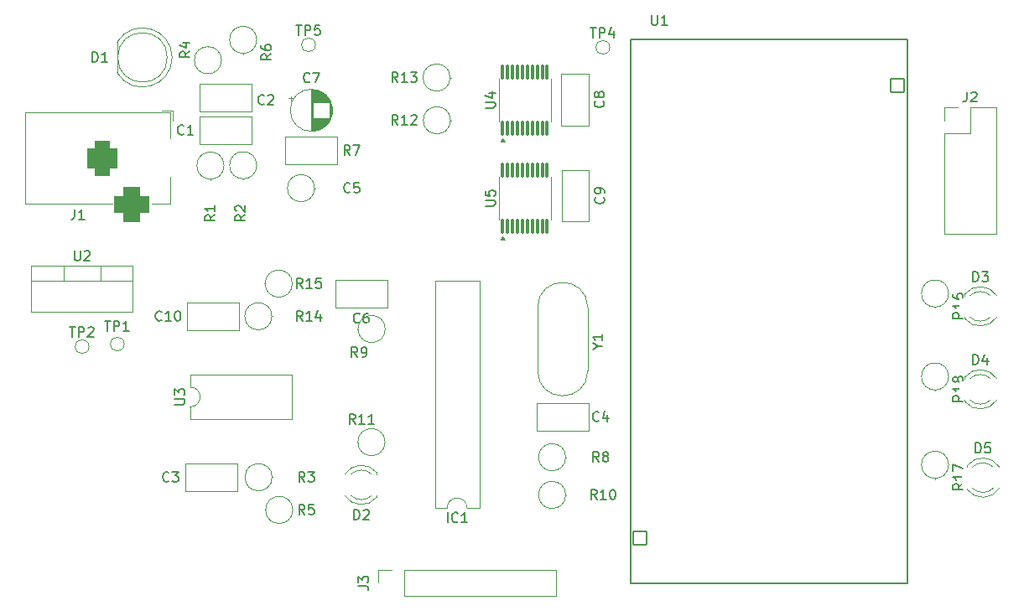
<source format=gbr>
%TF.GenerationSoftware,KiCad,Pcbnew,8.0.5*%
%TF.CreationDate,2024-12-04T22:36:59+01:00*%
%TF.ProjectId,ESP-Unit,4553502d-556e-4697-942e-6b696361645f,rev?*%
%TF.SameCoordinates,Original*%
%TF.FileFunction,Legend,Top*%
%TF.FilePolarity,Positive*%
%FSLAX46Y46*%
G04 Gerber Fmt 4.6, Leading zero omitted, Abs format (unit mm)*
G04 Created by KiCad (PCBNEW 8.0.5) date 2024-12-04 22:36:59*
%MOMM*%
%LPD*%
G01*
G04 APERTURE LIST*
G04 Aperture macros list*
%AMRoundRect*
0 Rectangle with rounded corners*
0 $1 Rounding radius*
0 $2 $3 $4 $5 $6 $7 $8 $9 X,Y pos of 4 corners*
0 Add a 4 corners polygon primitive as box body*
4,1,4,$2,$3,$4,$5,$6,$7,$8,$9,$2,$3,0*
0 Add four circle primitives for the rounded corners*
1,1,$1+$1,$2,$3*
1,1,$1+$1,$4,$5*
1,1,$1+$1,$6,$7*
1,1,$1+$1,$8,$9*
0 Add four rect primitives between the rounded corners*
20,1,$1+$1,$2,$3,$4,$5,0*
20,1,$1+$1,$4,$5,$6,$7,0*
20,1,$1+$1,$6,$7,$8,$9,0*
20,1,$1+$1,$8,$9,$2,$3,0*%
G04 Aperture macros list end*
%ADD10C,0.150000*%
%ADD11C,0.120000*%
%ADD12C,0.127000*%
%ADD13RoundRect,0.075000X0.075000X-0.662500X0.075000X0.662500X-0.075000X0.662500X-0.075000X-0.662500X0*%
%ADD14R,1.600000X2.400000*%
%ADD15O,1.600000X2.400000*%
%ADD16O,1.600000X1.600000*%
%ADD17C,1.600000*%
%ADD18C,0.800000*%
%ADD19C,6.400000*%
%ADD20C,1.000000*%
%ADD21C,1.500000*%
%ADD22C,1.200000*%
%ADD23R,1.200000X1.200000*%
%ADD24R,1.800000X1.800000*%
%ADD25C,1.800000*%
%ADD26R,2.400000X1.600000*%
%ADD27O,2.400000X1.600000*%
%ADD28O,1.905000X2.000000*%
%ADD29R,1.905000X2.000000*%
%ADD30R,1.700000X1.700000*%
%ADD31O,1.700000X1.700000*%
%ADD32RoundRect,0.875000X-0.875000X-0.875000X0.875000X-0.875000X0.875000X0.875000X-0.875000X0.875000X0*%
%ADD33RoundRect,0.750000X-0.750000X-1.000000X0.750000X-1.000000X0.750000X1.000000X-0.750000X1.000000X0*%
%ADD34R,3.500000X3.500000*%
%ADD35C,2.250000*%
%ADD36RoundRect,0.102000X-0.675000X-0.675000X0.675000X-0.675000X0.675000X0.675000X-0.675000X0.675000X0*%
%ADD37C,1.554000*%
G04 APERTURE END LIST*
D10*
X200474819Y-70357904D02*
X201284342Y-70357904D01*
X201284342Y-70357904D02*
X201379580Y-70310285D01*
X201379580Y-70310285D02*
X201427200Y-70262666D01*
X201427200Y-70262666D02*
X201474819Y-70167428D01*
X201474819Y-70167428D02*
X201474819Y-69976952D01*
X201474819Y-69976952D02*
X201427200Y-69881714D01*
X201427200Y-69881714D02*
X201379580Y-69834095D01*
X201379580Y-69834095D02*
X201284342Y-69786476D01*
X201284342Y-69786476D02*
X200474819Y-69786476D01*
X200474819Y-68834095D02*
X200474819Y-69310285D01*
X200474819Y-69310285D02*
X200951009Y-69357904D01*
X200951009Y-69357904D02*
X200903390Y-69310285D01*
X200903390Y-69310285D02*
X200855771Y-69215047D01*
X200855771Y-69215047D02*
X200855771Y-68976952D01*
X200855771Y-68976952D02*
X200903390Y-68881714D01*
X200903390Y-68881714D02*
X200951009Y-68834095D01*
X200951009Y-68834095D02*
X201046247Y-68786476D01*
X201046247Y-68786476D02*
X201284342Y-68786476D01*
X201284342Y-68786476D02*
X201379580Y-68834095D01*
X201379580Y-68834095D02*
X201427200Y-68881714D01*
X201427200Y-68881714D02*
X201474819Y-68976952D01*
X201474819Y-68976952D02*
X201474819Y-69215047D01*
X201474819Y-69215047D02*
X201427200Y-69310285D01*
X201427200Y-69310285D02*
X201379580Y-69357904D01*
X200474819Y-60451904D02*
X201284342Y-60451904D01*
X201284342Y-60451904D02*
X201379580Y-60404285D01*
X201379580Y-60404285D02*
X201427200Y-60356666D01*
X201427200Y-60356666D02*
X201474819Y-60261428D01*
X201474819Y-60261428D02*
X201474819Y-60070952D01*
X201474819Y-60070952D02*
X201427200Y-59975714D01*
X201427200Y-59975714D02*
X201379580Y-59928095D01*
X201379580Y-59928095D02*
X201284342Y-59880476D01*
X201284342Y-59880476D02*
X200474819Y-59880476D01*
X200808152Y-58975714D02*
X201474819Y-58975714D01*
X200427200Y-59213809D02*
X201141485Y-59451904D01*
X201141485Y-59451904D02*
X201141485Y-58832857D01*
X169127819Y-90428904D02*
X169937342Y-90428904D01*
X169937342Y-90428904D02*
X170032580Y-90381285D01*
X170032580Y-90381285D02*
X170080200Y-90333666D01*
X170080200Y-90333666D02*
X170127819Y-90238428D01*
X170127819Y-90238428D02*
X170127819Y-90047952D01*
X170127819Y-90047952D02*
X170080200Y-89952714D01*
X170080200Y-89952714D02*
X170032580Y-89905095D01*
X170032580Y-89905095D02*
X169937342Y-89857476D01*
X169937342Y-89857476D02*
X169127819Y-89857476D01*
X169127819Y-89476523D02*
X169127819Y-88857476D01*
X169127819Y-88857476D02*
X169508771Y-89190809D01*
X169508771Y-89190809D02*
X169508771Y-89047952D01*
X169508771Y-89047952D02*
X169556390Y-88952714D01*
X169556390Y-88952714D02*
X169604009Y-88905095D01*
X169604009Y-88905095D02*
X169699247Y-88857476D01*
X169699247Y-88857476D02*
X169937342Y-88857476D01*
X169937342Y-88857476D02*
X170032580Y-88905095D01*
X170032580Y-88905095D02*
X170080200Y-88952714D01*
X170080200Y-88952714D02*
X170127819Y-89047952D01*
X170127819Y-89047952D02*
X170127819Y-89333666D01*
X170127819Y-89333666D02*
X170080200Y-89428904D01*
X170080200Y-89428904D02*
X170032580Y-89476523D01*
X173174819Y-71286666D02*
X172698628Y-71619999D01*
X173174819Y-71858094D02*
X172174819Y-71858094D01*
X172174819Y-71858094D02*
X172174819Y-71477142D01*
X172174819Y-71477142D02*
X172222438Y-71381904D01*
X172222438Y-71381904D02*
X172270057Y-71334285D01*
X172270057Y-71334285D02*
X172365295Y-71286666D01*
X172365295Y-71286666D02*
X172508152Y-71286666D01*
X172508152Y-71286666D02*
X172603390Y-71334285D01*
X172603390Y-71334285D02*
X172651009Y-71381904D01*
X172651009Y-71381904D02*
X172698628Y-71477142D01*
X172698628Y-71477142D02*
X172698628Y-71858094D01*
X173174819Y-70334285D02*
X173174819Y-70905713D01*
X173174819Y-70619999D02*
X172174819Y-70619999D01*
X172174819Y-70619999D02*
X172317676Y-70715237D01*
X172317676Y-70715237D02*
X172412914Y-70810475D01*
X172412914Y-70810475D02*
X172460533Y-70905713D01*
X170033333Y-63097580D02*
X169985714Y-63145200D01*
X169985714Y-63145200D02*
X169842857Y-63192819D01*
X169842857Y-63192819D02*
X169747619Y-63192819D01*
X169747619Y-63192819D02*
X169604762Y-63145200D01*
X169604762Y-63145200D02*
X169509524Y-63049961D01*
X169509524Y-63049961D02*
X169461905Y-62954723D01*
X169461905Y-62954723D02*
X169414286Y-62764247D01*
X169414286Y-62764247D02*
X169414286Y-62621390D01*
X169414286Y-62621390D02*
X169461905Y-62430914D01*
X169461905Y-62430914D02*
X169509524Y-62335676D01*
X169509524Y-62335676D02*
X169604762Y-62240438D01*
X169604762Y-62240438D02*
X169747619Y-62192819D01*
X169747619Y-62192819D02*
X169842857Y-62192819D01*
X169842857Y-62192819D02*
X169985714Y-62240438D01*
X169985714Y-62240438D02*
X170033333Y-62288057D01*
X170985714Y-63192819D02*
X170414286Y-63192819D01*
X170700000Y-63192819D02*
X170700000Y-62192819D01*
X170700000Y-62192819D02*
X170604762Y-62335676D01*
X170604762Y-62335676D02*
X170509524Y-62430914D01*
X170509524Y-62430914D02*
X170414286Y-62478533D01*
X158504095Y-82588819D02*
X159075523Y-82588819D01*
X158789809Y-83588819D02*
X158789809Y-82588819D01*
X159408857Y-83588819D02*
X159408857Y-82588819D01*
X159408857Y-82588819D02*
X159789809Y-82588819D01*
X159789809Y-82588819D02*
X159885047Y-82636438D01*
X159885047Y-82636438D02*
X159932666Y-82684057D01*
X159932666Y-82684057D02*
X159980285Y-82779295D01*
X159980285Y-82779295D02*
X159980285Y-82922152D01*
X159980285Y-82922152D02*
X159932666Y-83017390D01*
X159932666Y-83017390D02*
X159885047Y-83065009D01*
X159885047Y-83065009D02*
X159789809Y-83112628D01*
X159789809Y-83112628D02*
X159408857Y-83112628D01*
X160361238Y-82684057D02*
X160408857Y-82636438D01*
X160408857Y-82636438D02*
X160504095Y-82588819D01*
X160504095Y-82588819D02*
X160742190Y-82588819D01*
X160742190Y-82588819D02*
X160837428Y-82636438D01*
X160837428Y-82636438D02*
X160885047Y-82684057D01*
X160885047Y-82684057D02*
X160932666Y-82779295D01*
X160932666Y-82779295D02*
X160932666Y-82874533D01*
X160932666Y-82874533D02*
X160885047Y-83017390D01*
X160885047Y-83017390D02*
X160313619Y-83588819D01*
X160313619Y-83588819D02*
X160932666Y-83588819D01*
X182240333Y-98234819D02*
X181907000Y-97758628D01*
X181668905Y-98234819D02*
X181668905Y-97234819D01*
X181668905Y-97234819D02*
X182049857Y-97234819D01*
X182049857Y-97234819D02*
X182145095Y-97282438D01*
X182145095Y-97282438D02*
X182192714Y-97330057D01*
X182192714Y-97330057D02*
X182240333Y-97425295D01*
X182240333Y-97425295D02*
X182240333Y-97568152D01*
X182240333Y-97568152D02*
X182192714Y-97663390D01*
X182192714Y-97663390D02*
X182145095Y-97711009D01*
X182145095Y-97711009D02*
X182049857Y-97758628D01*
X182049857Y-97758628D02*
X181668905Y-97758628D01*
X182573667Y-97234819D02*
X183192714Y-97234819D01*
X183192714Y-97234819D02*
X182859381Y-97615771D01*
X182859381Y-97615771D02*
X183002238Y-97615771D01*
X183002238Y-97615771D02*
X183097476Y-97663390D01*
X183097476Y-97663390D02*
X183145095Y-97711009D01*
X183145095Y-97711009D02*
X183192714Y-97806247D01*
X183192714Y-97806247D02*
X183192714Y-98044342D01*
X183192714Y-98044342D02*
X183145095Y-98139580D01*
X183145095Y-98139580D02*
X183097476Y-98187200D01*
X183097476Y-98187200D02*
X183002238Y-98234819D01*
X183002238Y-98234819D02*
X182716524Y-98234819D01*
X182716524Y-98234819D02*
X182621286Y-98187200D01*
X182621286Y-98187200D02*
X182573667Y-98139580D01*
X248696819Y-81131857D02*
X248220628Y-81465190D01*
X248696819Y-81703285D02*
X247696819Y-81703285D01*
X247696819Y-81703285D02*
X247696819Y-81322333D01*
X247696819Y-81322333D02*
X247744438Y-81227095D01*
X247744438Y-81227095D02*
X247792057Y-81179476D01*
X247792057Y-81179476D02*
X247887295Y-81131857D01*
X247887295Y-81131857D02*
X248030152Y-81131857D01*
X248030152Y-81131857D02*
X248125390Y-81179476D01*
X248125390Y-81179476D02*
X248173009Y-81227095D01*
X248173009Y-81227095D02*
X248220628Y-81322333D01*
X248220628Y-81322333D02*
X248220628Y-81703285D01*
X248696819Y-80179476D02*
X248696819Y-80750904D01*
X248696819Y-80465190D02*
X247696819Y-80465190D01*
X247696819Y-80465190D02*
X247839676Y-80560428D01*
X247839676Y-80560428D02*
X247934914Y-80655666D01*
X247934914Y-80655666D02*
X247982533Y-80750904D01*
X247696819Y-79322333D02*
X247696819Y-79512809D01*
X247696819Y-79512809D02*
X247744438Y-79608047D01*
X247744438Y-79608047D02*
X247792057Y-79655666D01*
X247792057Y-79655666D02*
X247934914Y-79750904D01*
X247934914Y-79750904D02*
X248125390Y-79798523D01*
X248125390Y-79798523D02*
X248506342Y-79798523D01*
X248506342Y-79798523D02*
X248601580Y-79750904D01*
X248601580Y-79750904D02*
X248649200Y-79703285D01*
X248649200Y-79703285D02*
X248696819Y-79608047D01*
X248696819Y-79608047D02*
X248696819Y-79417571D01*
X248696819Y-79417571D02*
X248649200Y-79322333D01*
X248649200Y-79322333D02*
X248601580Y-79274714D01*
X248601580Y-79274714D02*
X248506342Y-79227095D01*
X248506342Y-79227095D02*
X248268247Y-79227095D01*
X248268247Y-79227095D02*
X248173009Y-79274714D01*
X248173009Y-79274714D02*
X248125390Y-79322333D01*
X248125390Y-79322333D02*
X248077771Y-79417571D01*
X248077771Y-79417571D02*
X248077771Y-79608047D01*
X248077771Y-79608047D02*
X248125390Y-79703285D01*
X248125390Y-79703285D02*
X248173009Y-79750904D01*
X248173009Y-79750904D02*
X248268247Y-79798523D01*
X182018142Y-81978819D02*
X181684809Y-81502628D01*
X181446714Y-81978819D02*
X181446714Y-80978819D01*
X181446714Y-80978819D02*
X181827666Y-80978819D01*
X181827666Y-80978819D02*
X181922904Y-81026438D01*
X181922904Y-81026438D02*
X181970523Y-81074057D01*
X181970523Y-81074057D02*
X182018142Y-81169295D01*
X182018142Y-81169295D02*
X182018142Y-81312152D01*
X182018142Y-81312152D02*
X181970523Y-81407390D01*
X181970523Y-81407390D02*
X181922904Y-81455009D01*
X181922904Y-81455009D02*
X181827666Y-81502628D01*
X181827666Y-81502628D02*
X181446714Y-81502628D01*
X182970523Y-81978819D02*
X182399095Y-81978819D01*
X182684809Y-81978819D02*
X182684809Y-80978819D01*
X182684809Y-80978819D02*
X182589571Y-81121676D01*
X182589571Y-81121676D02*
X182494333Y-81216914D01*
X182494333Y-81216914D02*
X182399095Y-81264533D01*
X183827666Y-81312152D02*
X183827666Y-81978819D01*
X183589571Y-80931200D02*
X183351476Y-81645485D01*
X183351476Y-81645485D02*
X183970523Y-81645485D01*
X211829628Y-84540190D02*
X212305819Y-84540190D01*
X211305819Y-84873523D02*
X211829628Y-84540190D01*
X211829628Y-84540190D02*
X211305819Y-84206857D01*
X212305819Y-83349714D02*
X212305819Y-83921142D01*
X212305819Y-83635428D02*
X211305819Y-83635428D01*
X211305819Y-83635428D02*
X211448676Y-83730666D01*
X211448676Y-83730666D02*
X211543914Y-83825904D01*
X211543914Y-83825904D02*
X211591533Y-83921142D01*
X187559333Y-85628819D02*
X187226000Y-85152628D01*
X186987905Y-85628819D02*
X186987905Y-84628819D01*
X186987905Y-84628819D02*
X187368857Y-84628819D01*
X187368857Y-84628819D02*
X187464095Y-84676438D01*
X187464095Y-84676438D02*
X187511714Y-84724057D01*
X187511714Y-84724057D02*
X187559333Y-84819295D01*
X187559333Y-84819295D02*
X187559333Y-84962152D01*
X187559333Y-84962152D02*
X187511714Y-85057390D01*
X187511714Y-85057390D02*
X187464095Y-85105009D01*
X187464095Y-85105009D02*
X187368857Y-85152628D01*
X187368857Y-85152628D02*
X186987905Y-85152628D01*
X188035524Y-85628819D02*
X188226000Y-85628819D01*
X188226000Y-85628819D02*
X188321238Y-85581200D01*
X188321238Y-85581200D02*
X188368857Y-85533580D01*
X188368857Y-85533580D02*
X188464095Y-85390723D01*
X188464095Y-85390723D02*
X188511714Y-85200247D01*
X188511714Y-85200247D02*
X188511714Y-84819295D01*
X188511714Y-84819295D02*
X188464095Y-84724057D01*
X188464095Y-84724057D02*
X188416476Y-84676438D01*
X188416476Y-84676438D02*
X188321238Y-84628819D01*
X188321238Y-84628819D02*
X188130762Y-84628819D01*
X188130762Y-84628819D02*
X188035524Y-84676438D01*
X188035524Y-84676438D02*
X187987905Y-84724057D01*
X187987905Y-84724057D02*
X187940286Y-84819295D01*
X187940286Y-84819295D02*
X187940286Y-85057390D01*
X187940286Y-85057390D02*
X187987905Y-85152628D01*
X187987905Y-85152628D02*
X188035524Y-85200247D01*
X188035524Y-85200247D02*
X188130762Y-85247866D01*
X188130762Y-85247866D02*
X188321238Y-85247866D01*
X188321238Y-85247866D02*
X188416476Y-85200247D01*
X188416476Y-85200247D02*
X188464095Y-85152628D01*
X188464095Y-85152628D02*
X188511714Y-85057390D01*
X182740734Y-57815580D02*
X182693115Y-57863200D01*
X182693115Y-57863200D02*
X182550258Y-57910819D01*
X182550258Y-57910819D02*
X182455020Y-57910819D01*
X182455020Y-57910819D02*
X182312163Y-57863200D01*
X182312163Y-57863200D02*
X182216925Y-57767961D01*
X182216925Y-57767961D02*
X182169306Y-57672723D01*
X182169306Y-57672723D02*
X182121687Y-57482247D01*
X182121687Y-57482247D02*
X182121687Y-57339390D01*
X182121687Y-57339390D02*
X182169306Y-57148914D01*
X182169306Y-57148914D02*
X182216925Y-57053676D01*
X182216925Y-57053676D02*
X182312163Y-56958438D01*
X182312163Y-56958438D02*
X182455020Y-56910819D01*
X182455020Y-56910819D02*
X182550258Y-56910819D01*
X182550258Y-56910819D02*
X182693115Y-56958438D01*
X182693115Y-56958438D02*
X182740734Y-57006057D01*
X183074068Y-56910819D02*
X183740734Y-56910819D01*
X183740734Y-56910819D02*
X183312163Y-57910819D01*
X178141333Y-60049580D02*
X178093714Y-60097200D01*
X178093714Y-60097200D02*
X177950857Y-60144819D01*
X177950857Y-60144819D02*
X177855619Y-60144819D01*
X177855619Y-60144819D02*
X177712762Y-60097200D01*
X177712762Y-60097200D02*
X177617524Y-60001961D01*
X177617524Y-60001961D02*
X177569905Y-59906723D01*
X177569905Y-59906723D02*
X177522286Y-59716247D01*
X177522286Y-59716247D02*
X177522286Y-59573390D01*
X177522286Y-59573390D02*
X177569905Y-59382914D01*
X177569905Y-59382914D02*
X177617524Y-59287676D01*
X177617524Y-59287676D02*
X177712762Y-59192438D01*
X177712762Y-59192438D02*
X177855619Y-59144819D01*
X177855619Y-59144819D02*
X177950857Y-59144819D01*
X177950857Y-59144819D02*
X178093714Y-59192438D01*
X178093714Y-59192438D02*
X178141333Y-59240057D01*
X178522286Y-59240057D02*
X178569905Y-59192438D01*
X178569905Y-59192438D02*
X178665143Y-59144819D01*
X178665143Y-59144819D02*
X178903238Y-59144819D01*
X178903238Y-59144819D02*
X178998476Y-59192438D01*
X178998476Y-59192438D02*
X179046095Y-59240057D01*
X179046095Y-59240057D02*
X179093714Y-59335295D01*
X179093714Y-59335295D02*
X179093714Y-59430533D01*
X179093714Y-59430533D02*
X179046095Y-59573390D01*
X179046095Y-59573390D02*
X178474667Y-60144819D01*
X178474667Y-60144819D02*
X179093714Y-60144819D01*
X249954905Y-95313819D02*
X249954905Y-94313819D01*
X249954905Y-94313819D02*
X250193000Y-94313819D01*
X250193000Y-94313819D02*
X250335857Y-94361438D01*
X250335857Y-94361438D02*
X250431095Y-94456676D01*
X250431095Y-94456676D02*
X250478714Y-94551914D01*
X250478714Y-94551914D02*
X250526333Y-94742390D01*
X250526333Y-94742390D02*
X250526333Y-94885247D01*
X250526333Y-94885247D02*
X250478714Y-95075723D01*
X250478714Y-95075723D02*
X250431095Y-95170961D01*
X250431095Y-95170961D02*
X250335857Y-95266200D01*
X250335857Y-95266200D02*
X250193000Y-95313819D01*
X250193000Y-95313819D02*
X249954905Y-95313819D01*
X251431095Y-94313819D02*
X250954905Y-94313819D01*
X250954905Y-94313819D02*
X250907286Y-94790009D01*
X250907286Y-94790009D02*
X250954905Y-94742390D01*
X250954905Y-94742390D02*
X251050143Y-94694771D01*
X251050143Y-94694771D02*
X251288238Y-94694771D01*
X251288238Y-94694771D02*
X251383476Y-94742390D01*
X251383476Y-94742390D02*
X251431095Y-94790009D01*
X251431095Y-94790009D02*
X251478714Y-94885247D01*
X251478714Y-94885247D02*
X251478714Y-95123342D01*
X251478714Y-95123342D02*
X251431095Y-95218580D01*
X251431095Y-95218580D02*
X251383476Y-95266200D01*
X251383476Y-95266200D02*
X251288238Y-95313819D01*
X251288238Y-95313819D02*
X251050143Y-95313819D01*
X251050143Y-95313819D02*
X250954905Y-95266200D01*
X250954905Y-95266200D02*
X250907286Y-95218580D01*
X211082095Y-52362819D02*
X211653523Y-52362819D01*
X211367809Y-53362819D02*
X211367809Y-52362819D01*
X211986857Y-53362819D02*
X211986857Y-52362819D01*
X211986857Y-52362819D02*
X212367809Y-52362819D01*
X212367809Y-52362819D02*
X212463047Y-52410438D01*
X212463047Y-52410438D02*
X212510666Y-52458057D01*
X212510666Y-52458057D02*
X212558285Y-52553295D01*
X212558285Y-52553295D02*
X212558285Y-52696152D01*
X212558285Y-52696152D02*
X212510666Y-52791390D01*
X212510666Y-52791390D02*
X212463047Y-52839009D01*
X212463047Y-52839009D02*
X212367809Y-52886628D01*
X212367809Y-52886628D02*
X211986857Y-52886628D01*
X213415428Y-52696152D02*
X213415428Y-53362819D01*
X213177333Y-52315200D02*
X212939238Y-53029485D01*
X212939238Y-53029485D02*
X213558285Y-53029485D01*
X211938333Y-92043580D02*
X211890714Y-92091200D01*
X211890714Y-92091200D02*
X211747857Y-92138819D01*
X211747857Y-92138819D02*
X211652619Y-92138819D01*
X211652619Y-92138819D02*
X211509762Y-92091200D01*
X211509762Y-92091200D02*
X211414524Y-91995961D01*
X211414524Y-91995961D02*
X211366905Y-91900723D01*
X211366905Y-91900723D02*
X211319286Y-91710247D01*
X211319286Y-91710247D02*
X211319286Y-91567390D01*
X211319286Y-91567390D02*
X211366905Y-91376914D01*
X211366905Y-91376914D02*
X211414524Y-91281676D01*
X211414524Y-91281676D02*
X211509762Y-91186438D01*
X211509762Y-91186438D02*
X211652619Y-91138819D01*
X211652619Y-91138819D02*
X211747857Y-91138819D01*
X211747857Y-91138819D02*
X211890714Y-91186438D01*
X211890714Y-91186438D02*
X211938333Y-91234057D01*
X212795476Y-91472152D02*
X212795476Y-92138819D01*
X212557381Y-91091200D02*
X212319286Y-91805485D01*
X212319286Y-91805485D02*
X212938333Y-91805485D01*
X168524333Y-98139580D02*
X168476714Y-98187200D01*
X168476714Y-98187200D02*
X168333857Y-98234819D01*
X168333857Y-98234819D02*
X168238619Y-98234819D01*
X168238619Y-98234819D02*
X168095762Y-98187200D01*
X168095762Y-98187200D02*
X168000524Y-98091961D01*
X168000524Y-98091961D02*
X167952905Y-97996723D01*
X167952905Y-97996723D02*
X167905286Y-97806247D01*
X167905286Y-97806247D02*
X167905286Y-97663390D01*
X167905286Y-97663390D02*
X167952905Y-97472914D01*
X167952905Y-97472914D02*
X168000524Y-97377676D01*
X168000524Y-97377676D02*
X168095762Y-97282438D01*
X168095762Y-97282438D02*
X168238619Y-97234819D01*
X168238619Y-97234819D02*
X168333857Y-97234819D01*
X168333857Y-97234819D02*
X168476714Y-97282438D01*
X168476714Y-97282438D02*
X168524333Y-97330057D01*
X168857667Y-97234819D02*
X169476714Y-97234819D01*
X169476714Y-97234819D02*
X169143381Y-97615771D01*
X169143381Y-97615771D02*
X169286238Y-97615771D01*
X169286238Y-97615771D02*
X169381476Y-97663390D01*
X169381476Y-97663390D02*
X169429095Y-97711009D01*
X169429095Y-97711009D02*
X169476714Y-97806247D01*
X169476714Y-97806247D02*
X169476714Y-98044342D01*
X169476714Y-98044342D02*
X169429095Y-98139580D01*
X169429095Y-98139580D02*
X169381476Y-98187200D01*
X169381476Y-98187200D02*
X169286238Y-98234819D01*
X169286238Y-98234819D02*
X169000524Y-98234819D01*
X169000524Y-98234819D02*
X168905286Y-98187200D01*
X168905286Y-98187200D02*
X168857667Y-98139580D01*
X196650810Y-102342819D02*
X196650810Y-101342819D01*
X197698428Y-102247580D02*
X197650809Y-102295200D01*
X197650809Y-102295200D02*
X197507952Y-102342819D01*
X197507952Y-102342819D02*
X197412714Y-102342819D01*
X197412714Y-102342819D02*
X197269857Y-102295200D01*
X197269857Y-102295200D02*
X197174619Y-102199961D01*
X197174619Y-102199961D02*
X197127000Y-102104723D01*
X197127000Y-102104723D02*
X197079381Y-101914247D01*
X197079381Y-101914247D02*
X197079381Y-101771390D01*
X197079381Y-101771390D02*
X197127000Y-101580914D01*
X197127000Y-101580914D02*
X197174619Y-101485676D01*
X197174619Y-101485676D02*
X197269857Y-101390438D01*
X197269857Y-101390438D02*
X197412714Y-101342819D01*
X197412714Y-101342819D02*
X197507952Y-101342819D01*
X197507952Y-101342819D02*
X197650809Y-101390438D01*
X197650809Y-101390438D02*
X197698428Y-101438057D01*
X198650809Y-102342819D02*
X198079381Y-102342819D01*
X198365095Y-102342819D02*
X198365095Y-101342819D01*
X198365095Y-101342819D02*
X198269857Y-101485676D01*
X198269857Y-101485676D02*
X198174619Y-101580914D01*
X198174619Y-101580914D02*
X198079381Y-101628533D01*
X248696819Y-98432857D02*
X248220628Y-98766190D01*
X248696819Y-99004285D02*
X247696819Y-99004285D01*
X247696819Y-99004285D02*
X247696819Y-98623333D01*
X247696819Y-98623333D02*
X247744438Y-98528095D01*
X247744438Y-98528095D02*
X247792057Y-98480476D01*
X247792057Y-98480476D02*
X247887295Y-98432857D01*
X247887295Y-98432857D02*
X248030152Y-98432857D01*
X248030152Y-98432857D02*
X248125390Y-98480476D01*
X248125390Y-98480476D02*
X248173009Y-98528095D01*
X248173009Y-98528095D02*
X248220628Y-98623333D01*
X248220628Y-98623333D02*
X248220628Y-99004285D01*
X248696819Y-97480476D02*
X248696819Y-98051904D01*
X248696819Y-97766190D02*
X247696819Y-97766190D01*
X247696819Y-97766190D02*
X247839676Y-97861428D01*
X247839676Y-97861428D02*
X247934914Y-97956666D01*
X247934914Y-97956666D02*
X247982533Y-98051904D01*
X247696819Y-97147142D02*
X247696819Y-96480476D01*
X247696819Y-96480476D02*
X248696819Y-96909047D01*
X160805905Y-55826819D02*
X160805905Y-54826819D01*
X160805905Y-54826819D02*
X161044000Y-54826819D01*
X161044000Y-54826819D02*
X161186857Y-54874438D01*
X161186857Y-54874438D02*
X161282095Y-54969676D01*
X161282095Y-54969676D02*
X161329714Y-55064914D01*
X161329714Y-55064914D02*
X161377333Y-55255390D01*
X161377333Y-55255390D02*
X161377333Y-55398247D01*
X161377333Y-55398247D02*
X161329714Y-55588723D01*
X161329714Y-55588723D02*
X161282095Y-55683961D01*
X161282095Y-55683961D02*
X161186857Y-55779200D01*
X161186857Y-55779200D02*
X161044000Y-55826819D01*
X161044000Y-55826819D02*
X160805905Y-55826819D01*
X162329714Y-55826819D02*
X161758286Y-55826819D01*
X162044000Y-55826819D02*
X162044000Y-54826819D01*
X162044000Y-54826819D02*
X161948762Y-54969676D01*
X161948762Y-54969676D02*
X161853524Y-55064914D01*
X161853524Y-55064914D02*
X161758286Y-55112533D01*
X162060095Y-82004819D02*
X162631523Y-82004819D01*
X162345809Y-83004819D02*
X162345809Y-82004819D01*
X162964857Y-83004819D02*
X162964857Y-82004819D01*
X162964857Y-82004819D02*
X163345809Y-82004819D01*
X163345809Y-82004819D02*
X163441047Y-82052438D01*
X163441047Y-82052438D02*
X163488666Y-82100057D01*
X163488666Y-82100057D02*
X163536285Y-82195295D01*
X163536285Y-82195295D02*
X163536285Y-82338152D01*
X163536285Y-82338152D02*
X163488666Y-82433390D01*
X163488666Y-82433390D02*
X163441047Y-82481009D01*
X163441047Y-82481009D02*
X163345809Y-82528628D01*
X163345809Y-82528628D02*
X162964857Y-82528628D01*
X164488666Y-83004819D02*
X163917238Y-83004819D01*
X164202952Y-83004819D02*
X164202952Y-82004819D01*
X164202952Y-82004819D02*
X164107714Y-82147676D01*
X164107714Y-82147676D02*
X164012476Y-82242914D01*
X164012476Y-82242914D02*
X163917238Y-82290533D01*
X211938333Y-96202819D02*
X211605000Y-95726628D01*
X211366905Y-96202819D02*
X211366905Y-95202819D01*
X211366905Y-95202819D02*
X211747857Y-95202819D01*
X211747857Y-95202819D02*
X211843095Y-95250438D01*
X211843095Y-95250438D02*
X211890714Y-95298057D01*
X211890714Y-95298057D02*
X211938333Y-95393295D01*
X211938333Y-95393295D02*
X211938333Y-95536152D01*
X211938333Y-95536152D02*
X211890714Y-95631390D01*
X211890714Y-95631390D02*
X211843095Y-95679009D01*
X211843095Y-95679009D02*
X211747857Y-95726628D01*
X211747857Y-95726628D02*
X211366905Y-95726628D01*
X212509762Y-95631390D02*
X212414524Y-95583771D01*
X212414524Y-95583771D02*
X212366905Y-95536152D01*
X212366905Y-95536152D02*
X212319286Y-95440914D01*
X212319286Y-95440914D02*
X212319286Y-95393295D01*
X212319286Y-95393295D02*
X212366905Y-95298057D01*
X212366905Y-95298057D02*
X212414524Y-95250438D01*
X212414524Y-95250438D02*
X212509762Y-95202819D01*
X212509762Y-95202819D02*
X212700238Y-95202819D01*
X212700238Y-95202819D02*
X212795476Y-95250438D01*
X212795476Y-95250438D02*
X212843095Y-95298057D01*
X212843095Y-95298057D02*
X212890714Y-95393295D01*
X212890714Y-95393295D02*
X212890714Y-95440914D01*
X212890714Y-95440914D02*
X212843095Y-95536152D01*
X212843095Y-95536152D02*
X212795476Y-95583771D01*
X212795476Y-95583771D02*
X212700238Y-95631390D01*
X212700238Y-95631390D02*
X212509762Y-95631390D01*
X212509762Y-95631390D02*
X212414524Y-95679009D01*
X212414524Y-95679009D02*
X212366905Y-95726628D01*
X212366905Y-95726628D02*
X212319286Y-95821866D01*
X212319286Y-95821866D02*
X212319286Y-96012342D01*
X212319286Y-96012342D02*
X212366905Y-96107580D01*
X212366905Y-96107580D02*
X212414524Y-96155200D01*
X212414524Y-96155200D02*
X212509762Y-96202819D01*
X212509762Y-96202819D02*
X212700238Y-96202819D01*
X212700238Y-96202819D02*
X212795476Y-96155200D01*
X212795476Y-96155200D02*
X212843095Y-96107580D01*
X212843095Y-96107580D02*
X212890714Y-96012342D01*
X212890714Y-96012342D02*
X212890714Y-95821866D01*
X212890714Y-95821866D02*
X212843095Y-95726628D01*
X212843095Y-95726628D02*
X212795476Y-95679009D01*
X212795476Y-95679009D02*
X212700238Y-95631390D01*
X159004095Y-74892819D02*
X159004095Y-75702342D01*
X159004095Y-75702342D02*
X159051714Y-75797580D01*
X159051714Y-75797580D02*
X159099333Y-75845200D01*
X159099333Y-75845200D02*
X159194571Y-75892819D01*
X159194571Y-75892819D02*
X159385047Y-75892819D01*
X159385047Y-75892819D02*
X159480285Y-75845200D01*
X159480285Y-75845200D02*
X159527904Y-75797580D01*
X159527904Y-75797580D02*
X159575523Y-75702342D01*
X159575523Y-75702342D02*
X159575523Y-74892819D01*
X160004095Y-74988057D02*
X160051714Y-74940438D01*
X160051714Y-74940438D02*
X160146952Y-74892819D01*
X160146952Y-74892819D02*
X160385047Y-74892819D01*
X160385047Y-74892819D02*
X160480285Y-74940438D01*
X160480285Y-74940438D02*
X160527904Y-74988057D01*
X160527904Y-74988057D02*
X160575523Y-75083295D01*
X160575523Y-75083295D02*
X160575523Y-75178533D01*
X160575523Y-75178533D02*
X160527904Y-75321390D01*
X160527904Y-75321390D02*
X159956476Y-75892819D01*
X159956476Y-75892819D02*
X160575523Y-75892819D01*
X187668819Y-108791333D02*
X188383104Y-108791333D01*
X188383104Y-108791333D02*
X188525961Y-108838952D01*
X188525961Y-108838952D02*
X188621200Y-108934190D01*
X188621200Y-108934190D02*
X188668819Y-109077047D01*
X188668819Y-109077047D02*
X188668819Y-109172285D01*
X187668819Y-108410380D02*
X187668819Y-107791333D01*
X187668819Y-107791333D02*
X188049771Y-108124666D01*
X188049771Y-108124666D02*
X188049771Y-107981809D01*
X188049771Y-107981809D02*
X188097390Y-107886571D01*
X188097390Y-107886571D02*
X188145009Y-107838952D01*
X188145009Y-107838952D02*
X188240247Y-107791333D01*
X188240247Y-107791333D02*
X188478342Y-107791333D01*
X188478342Y-107791333D02*
X188573580Y-107838952D01*
X188573580Y-107838952D02*
X188621200Y-107886571D01*
X188621200Y-107886571D02*
X188668819Y-107981809D01*
X188668819Y-107981809D02*
X188668819Y-108267523D01*
X188668819Y-108267523D02*
X188621200Y-108362761D01*
X188621200Y-108362761D02*
X188573580Y-108410380D01*
X249089666Y-58851819D02*
X249089666Y-59566104D01*
X249089666Y-59566104D02*
X249042047Y-59708961D01*
X249042047Y-59708961D02*
X248946809Y-59804200D01*
X248946809Y-59804200D02*
X248803952Y-59851819D01*
X248803952Y-59851819D02*
X248708714Y-59851819D01*
X249518238Y-58947057D02*
X249565857Y-58899438D01*
X249565857Y-58899438D02*
X249661095Y-58851819D01*
X249661095Y-58851819D02*
X249899190Y-58851819D01*
X249899190Y-58851819D02*
X249994428Y-58899438D01*
X249994428Y-58899438D02*
X250042047Y-58947057D01*
X250042047Y-58947057D02*
X250089666Y-59042295D01*
X250089666Y-59042295D02*
X250089666Y-59137533D01*
X250089666Y-59137533D02*
X250042047Y-59280390D01*
X250042047Y-59280390D02*
X249470619Y-59851819D01*
X249470619Y-59851819D02*
X250089666Y-59851819D01*
X211716142Y-100012819D02*
X211382809Y-99536628D01*
X211144714Y-100012819D02*
X211144714Y-99012819D01*
X211144714Y-99012819D02*
X211525666Y-99012819D01*
X211525666Y-99012819D02*
X211620904Y-99060438D01*
X211620904Y-99060438D02*
X211668523Y-99108057D01*
X211668523Y-99108057D02*
X211716142Y-99203295D01*
X211716142Y-99203295D02*
X211716142Y-99346152D01*
X211716142Y-99346152D02*
X211668523Y-99441390D01*
X211668523Y-99441390D02*
X211620904Y-99489009D01*
X211620904Y-99489009D02*
X211525666Y-99536628D01*
X211525666Y-99536628D02*
X211144714Y-99536628D01*
X212668523Y-100012819D02*
X212097095Y-100012819D01*
X212382809Y-100012819D02*
X212382809Y-99012819D01*
X212382809Y-99012819D02*
X212287571Y-99155676D01*
X212287571Y-99155676D02*
X212192333Y-99250914D01*
X212192333Y-99250914D02*
X212097095Y-99298533D01*
X213287571Y-99012819D02*
X213382809Y-99012819D01*
X213382809Y-99012819D02*
X213478047Y-99060438D01*
X213478047Y-99060438D02*
X213525666Y-99108057D01*
X213525666Y-99108057D02*
X213573285Y-99203295D01*
X213573285Y-99203295D02*
X213620904Y-99393771D01*
X213620904Y-99393771D02*
X213620904Y-99631866D01*
X213620904Y-99631866D02*
X213573285Y-99822342D01*
X213573285Y-99822342D02*
X213525666Y-99917580D01*
X213525666Y-99917580D02*
X213478047Y-99965200D01*
X213478047Y-99965200D02*
X213382809Y-100012819D01*
X213382809Y-100012819D02*
X213287571Y-100012819D01*
X213287571Y-100012819D02*
X213192333Y-99965200D01*
X213192333Y-99965200D02*
X213144714Y-99917580D01*
X213144714Y-99917580D02*
X213097095Y-99822342D01*
X213097095Y-99822342D02*
X213049476Y-99631866D01*
X213049476Y-99631866D02*
X213049476Y-99393771D01*
X213049476Y-99393771D02*
X213097095Y-99203295D01*
X213097095Y-99203295D02*
X213144714Y-99108057D01*
X213144714Y-99108057D02*
X213192333Y-99060438D01*
X213192333Y-99060438D02*
X213287571Y-99012819D01*
X248696819Y-89513857D02*
X248220628Y-89847190D01*
X248696819Y-90085285D02*
X247696819Y-90085285D01*
X247696819Y-90085285D02*
X247696819Y-89704333D01*
X247696819Y-89704333D02*
X247744438Y-89609095D01*
X247744438Y-89609095D02*
X247792057Y-89561476D01*
X247792057Y-89561476D02*
X247887295Y-89513857D01*
X247887295Y-89513857D02*
X248030152Y-89513857D01*
X248030152Y-89513857D02*
X248125390Y-89561476D01*
X248125390Y-89561476D02*
X248173009Y-89609095D01*
X248173009Y-89609095D02*
X248220628Y-89704333D01*
X248220628Y-89704333D02*
X248220628Y-90085285D01*
X248696819Y-88561476D02*
X248696819Y-89132904D01*
X248696819Y-88847190D02*
X247696819Y-88847190D01*
X247696819Y-88847190D02*
X247839676Y-88942428D01*
X247839676Y-88942428D02*
X247934914Y-89037666D01*
X247934914Y-89037666D02*
X247982533Y-89132904D01*
X248125390Y-87990047D02*
X248077771Y-88085285D01*
X248077771Y-88085285D02*
X248030152Y-88132904D01*
X248030152Y-88132904D02*
X247934914Y-88180523D01*
X247934914Y-88180523D02*
X247887295Y-88180523D01*
X247887295Y-88180523D02*
X247792057Y-88132904D01*
X247792057Y-88132904D02*
X247744438Y-88085285D01*
X247744438Y-88085285D02*
X247696819Y-87990047D01*
X247696819Y-87990047D02*
X247696819Y-87799571D01*
X247696819Y-87799571D02*
X247744438Y-87704333D01*
X247744438Y-87704333D02*
X247792057Y-87656714D01*
X247792057Y-87656714D02*
X247887295Y-87609095D01*
X247887295Y-87609095D02*
X247934914Y-87609095D01*
X247934914Y-87609095D02*
X248030152Y-87656714D01*
X248030152Y-87656714D02*
X248077771Y-87704333D01*
X248077771Y-87704333D02*
X248125390Y-87799571D01*
X248125390Y-87799571D02*
X248125390Y-87990047D01*
X248125390Y-87990047D02*
X248173009Y-88085285D01*
X248173009Y-88085285D02*
X248220628Y-88132904D01*
X248220628Y-88132904D02*
X248315866Y-88180523D01*
X248315866Y-88180523D02*
X248506342Y-88180523D01*
X248506342Y-88180523D02*
X248601580Y-88132904D01*
X248601580Y-88132904D02*
X248649200Y-88085285D01*
X248649200Y-88085285D02*
X248696819Y-87990047D01*
X248696819Y-87990047D02*
X248696819Y-87799571D01*
X248696819Y-87799571D02*
X248649200Y-87704333D01*
X248649200Y-87704333D02*
X248601580Y-87656714D01*
X248601580Y-87656714D02*
X248506342Y-87609095D01*
X248506342Y-87609095D02*
X248315866Y-87609095D01*
X248315866Y-87609095D02*
X248220628Y-87656714D01*
X248220628Y-87656714D02*
X248173009Y-87704333D01*
X248173009Y-87704333D02*
X248125390Y-87799571D01*
X212409580Y-69508666D02*
X212457200Y-69556285D01*
X212457200Y-69556285D02*
X212504819Y-69699142D01*
X212504819Y-69699142D02*
X212504819Y-69794380D01*
X212504819Y-69794380D02*
X212457200Y-69937237D01*
X212457200Y-69937237D02*
X212361961Y-70032475D01*
X212361961Y-70032475D02*
X212266723Y-70080094D01*
X212266723Y-70080094D02*
X212076247Y-70127713D01*
X212076247Y-70127713D02*
X211933390Y-70127713D01*
X211933390Y-70127713D02*
X211742914Y-70080094D01*
X211742914Y-70080094D02*
X211647676Y-70032475D01*
X211647676Y-70032475D02*
X211552438Y-69937237D01*
X211552438Y-69937237D02*
X211504819Y-69794380D01*
X211504819Y-69794380D02*
X211504819Y-69699142D01*
X211504819Y-69699142D02*
X211552438Y-69556285D01*
X211552438Y-69556285D02*
X211600057Y-69508666D01*
X212504819Y-69032475D02*
X212504819Y-68841999D01*
X212504819Y-68841999D02*
X212457200Y-68746761D01*
X212457200Y-68746761D02*
X212409580Y-68699142D01*
X212409580Y-68699142D02*
X212266723Y-68603904D01*
X212266723Y-68603904D02*
X212076247Y-68556285D01*
X212076247Y-68556285D02*
X211695295Y-68556285D01*
X211695295Y-68556285D02*
X211600057Y-68603904D01*
X211600057Y-68603904D02*
X211552438Y-68651523D01*
X211552438Y-68651523D02*
X211504819Y-68746761D01*
X211504819Y-68746761D02*
X211504819Y-68937237D01*
X211504819Y-68937237D02*
X211552438Y-69032475D01*
X211552438Y-69032475D02*
X211600057Y-69080094D01*
X211600057Y-69080094D02*
X211695295Y-69127713D01*
X211695295Y-69127713D02*
X211933390Y-69127713D01*
X211933390Y-69127713D02*
X212028628Y-69080094D01*
X212028628Y-69080094D02*
X212076247Y-69032475D01*
X212076247Y-69032475D02*
X212123866Y-68937237D01*
X212123866Y-68937237D02*
X212123866Y-68746761D01*
X212123866Y-68746761D02*
X212076247Y-68651523D01*
X212076247Y-68651523D02*
X212028628Y-68603904D01*
X212028628Y-68603904D02*
X211933390Y-68556285D01*
X182018142Y-78676819D02*
X181684809Y-78200628D01*
X181446714Y-78676819D02*
X181446714Y-77676819D01*
X181446714Y-77676819D02*
X181827666Y-77676819D01*
X181827666Y-77676819D02*
X181922904Y-77724438D01*
X181922904Y-77724438D02*
X181970523Y-77772057D01*
X181970523Y-77772057D02*
X182018142Y-77867295D01*
X182018142Y-77867295D02*
X182018142Y-78010152D01*
X182018142Y-78010152D02*
X181970523Y-78105390D01*
X181970523Y-78105390D02*
X181922904Y-78153009D01*
X181922904Y-78153009D02*
X181827666Y-78200628D01*
X181827666Y-78200628D02*
X181446714Y-78200628D01*
X182970523Y-78676819D02*
X182399095Y-78676819D01*
X182684809Y-78676819D02*
X182684809Y-77676819D01*
X182684809Y-77676819D02*
X182589571Y-77819676D01*
X182589571Y-77819676D02*
X182494333Y-77914914D01*
X182494333Y-77914914D02*
X182399095Y-77962533D01*
X183875285Y-77676819D02*
X183399095Y-77676819D01*
X183399095Y-77676819D02*
X183351476Y-78153009D01*
X183351476Y-78153009D02*
X183399095Y-78105390D01*
X183399095Y-78105390D02*
X183494333Y-78057771D01*
X183494333Y-78057771D02*
X183732428Y-78057771D01*
X183732428Y-78057771D02*
X183827666Y-78105390D01*
X183827666Y-78105390D02*
X183875285Y-78153009D01*
X183875285Y-78153009D02*
X183922904Y-78248247D01*
X183922904Y-78248247D02*
X183922904Y-78486342D01*
X183922904Y-78486342D02*
X183875285Y-78581580D01*
X183875285Y-78581580D02*
X183827666Y-78629200D01*
X183827666Y-78629200D02*
X183732428Y-78676819D01*
X183732428Y-78676819D02*
X183494333Y-78676819D01*
X183494333Y-78676819D02*
X183399095Y-78629200D01*
X183399095Y-78629200D02*
X183351476Y-78581580D01*
X191635142Y-62176819D02*
X191301809Y-61700628D01*
X191063714Y-62176819D02*
X191063714Y-61176819D01*
X191063714Y-61176819D02*
X191444666Y-61176819D01*
X191444666Y-61176819D02*
X191539904Y-61224438D01*
X191539904Y-61224438D02*
X191587523Y-61272057D01*
X191587523Y-61272057D02*
X191635142Y-61367295D01*
X191635142Y-61367295D02*
X191635142Y-61510152D01*
X191635142Y-61510152D02*
X191587523Y-61605390D01*
X191587523Y-61605390D02*
X191539904Y-61653009D01*
X191539904Y-61653009D02*
X191444666Y-61700628D01*
X191444666Y-61700628D02*
X191063714Y-61700628D01*
X192587523Y-62176819D02*
X192016095Y-62176819D01*
X192301809Y-62176819D02*
X192301809Y-61176819D01*
X192301809Y-61176819D02*
X192206571Y-61319676D01*
X192206571Y-61319676D02*
X192111333Y-61414914D01*
X192111333Y-61414914D02*
X192016095Y-61462533D01*
X192968476Y-61272057D02*
X193016095Y-61224438D01*
X193016095Y-61224438D02*
X193111333Y-61176819D01*
X193111333Y-61176819D02*
X193349428Y-61176819D01*
X193349428Y-61176819D02*
X193444666Y-61224438D01*
X193444666Y-61224438D02*
X193492285Y-61272057D01*
X193492285Y-61272057D02*
X193539904Y-61367295D01*
X193539904Y-61367295D02*
X193539904Y-61462533D01*
X193539904Y-61462533D02*
X193492285Y-61605390D01*
X193492285Y-61605390D02*
X192920857Y-62176819D01*
X192920857Y-62176819D02*
X193539904Y-62176819D01*
X249700905Y-78012819D02*
X249700905Y-77012819D01*
X249700905Y-77012819D02*
X249939000Y-77012819D01*
X249939000Y-77012819D02*
X250081857Y-77060438D01*
X250081857Y-77060438D02*
X250177095Y-77155676D01*
X250177095Y-77155676D02*
X250224714Y-77250914D01*
X250224714Y-77250914D02*
X250272333Y-77441390D01*
X250272333Y-77441390D02*
X250272333Y-77584247D01*
X250272333Y-77584247D02*
X250224714Y-77774723D01*
X250224714Y-77774723D02*
X250177095Y-77869961D01*
X250177095Y-77869961D02*
X250081857Y-77965200D01*
X250081857Y-77965200D02*
X249939000Y-78012819D01*
X249939000Y-78012819D02*
X249700905Y-78012819D01*
X250605667Y-77012819D02*
X251224714Y-77012819D01*
X251224714Y-77012819D02*
X250891381Y-77393771D01*
X250891381Y-77393771D02*
X251034238Y-77393771D01*
X251034238Y-77393771D02*
X251129476Y-77441390D01*
X251129476Y-77441390D02*
X251177095Y-77489009D01*
X251177095Y-77489009D02*
X251224714Y-77584247D01*
X251224714Y-77584247D02*
X251224714Y-77822342D01*
X251224714Y-77822342D02*
X251177095Y-77917580D01*
X251177095Y-77917580D02*
X251129476Y-77965200D01*
X251129476Y-77965200D02*
X251034238Y-78012819D01*
X251034238Y-78012819D02*
X250748524Y-78012819D01*
X250748524Y-78012819D02*
X250653286Y-77965200D01*
X250653286Y-77965200D02*
X250605667Y-77917580D01*
X178846819Y-55030666D02*
X178370628Y-55363999D01*
X178846819Y-55602094D02*
X177846819Y-55602094D01*
X177846819Y-55602094D02*
X177846819Y-55221142D01*
X177846819Y-55221142D02*
X177894438Y-55125904D01*
X177894438Y-55125904D02*
X177942057Y-55078285D01*
X177942057Y-55078285D02*
X178037295Y-55030666D01*
X178037295Y-55030666D02*
X178180152Y-55030666D01*
X178180152Y-55030666D02*
X178275390Y-55078285D01*
X178275390Y-55078285D02*
X178323009Y-55125904D01*
X178323009Y-55125904D02*
X178370628Y-55221142D01*
X178370628Y-55221142D02*
X178370628Y-55602094D01*
X177846819Y-54173523D02*
X177846819Y-54363999D01*
X177846819Y-54363999D02*
X177894438Y-54459237D01*
X177894438Y-54459237D02*
X177942057Y-54506856D01*
X177942057Y-54506856D02*
X178084914Y-54602094D01*
X178084914Y-54602094D02*
X178275390Y-54649713D01*
X178275390Y-54649713D02*
X178656342Y-54649713D01*
X178656342Y-54649713D02*
X178751580Y-54602094D01*
X178751580Y-54602094D02*
X178799200Y-54554475D01*
X178799200Y-54554475D02*
X178846819Y-54459237D01*
X178846819Y-54459237D02*
X178846819Y-54268761D01*
X178846819Y-54268761D02*
X178799200Y-54173523D01*
X178799200Y-54173523D02*
X178751580Y-54125904D01*
X178751580Y-54125904D02*
X178656342Y-54078285D01*
X178656342Y-54078285D02*
X178418247Y-54078285D01*
X178418247Y-54078285D02*
X178323009Y-54125904D01*
X178323009Y-54125904D02*
X178275390Y-54173523D01*
X178275390Y-54173523D02*
X178227771Y-54268761D01*
X178227771Y-54268761D02*
X178227771Y-54459237D01*
X178227771Y-54459237D02*
X178275390Y-54554475D01*
X178275390Y-54554475D02*
X178323009Y-54602094D01*
X178323009Y-54602094D02*
X178418247Y-54649713D01*
X159014666Y-70736819D02*
X159014666Y-71451104D01*
X159014666Y-71451104D02*
X158967047Y-71593961D01*
X158967047Y-71593961D02*
X158871809Y-71689200D01*
X158871809Y-71689200D02*
X158728952Y-71736819D01*
X158728952Y-71736819D02*
X158633714Y-71736819D01*
X160014666Y-71736819D02*
X159443238Y-71736819D01*
X159728952Y-71736819D02*
X159728952Y-70736819D01*
X159728952Y-70736819D02*
X159633714Y-70879676D01*
X159633714Y-70879676D02*
X159538476Y-70974914D01*
X159538476Y-70974914D02*
X159443238Y-71022533D01*
X187332142Y-92392819D02*
X186998809Y-91916628D01*
X186760714Y-92392819D02*
X186760714Y-91392819D01*
X186760714Y-91392819D02*
X187141666Y-91392819D01*
X187141666Y-91392819D02*
X187236904Y-91440438D01*
X187236904Y-91440438D02*
X187284523Y-91488057D01*
X187284523Y-91488057D02*
X187332142Y-91583295D01*
X187332142Y-91583295D02*
X187332142Y-91726152D01*
X187332142Y-91726152D02*
X187284523Y-91821390D01*
X187284523Y-91821390D02*
X187236904Y-91869009D01*
X187236904Y-91869009D02*
X187141666Y-91916628D01*
X187141666Y-91916628D02*
X186760714Y-91916628D01*
X188284523Y-92392819D02*
X187713095Y-92392819D01*
X187998809Y-92392819D02*
X187998809Y-91392819D01*
X187998809Y-91392819D02*
X187903571Y-91535676D01*
X187903571Y-91535676D02*
X187808333Y-91630914D01*
X187808333Y-91630914D02*
X187713095Y-91678533D01*
X189236904Y-92392819D02*
X188665476Y-92392819D01*
X188951190Y-92392819D02*
X188951190Y-91392819D01*
X188951190Y-91392819D02*
X188855952Y-91535676D01*
X188855952Y-91535676D02*
X188760714Y-91630914D01*
X188760714Y-91630914D02*
X188665476Y-91678533D01*
X187216905Y-102054819D02*
X187216905Y-101054819D01*
X187216905Y-101054819D02*
X187455000Y-101054819D01*
X187455000Y-101054819D02*
X187597857Y-101102438D01*
X187597857Y-101102438D02*
X187693095Y-101197676D01*
X187693095Y-101197676D02*
X187740714Y-101292914D01*
X187740714Y-101292914D02*
X187788333Y-101483390D01*
X187788333Y-101483390D02*
X187788333Y-101626247D01*
X187788333Y-101626247D02*
X187740714Y-101816723D01*
X187740714Y-101816723D02*
X187693095Y-101911961D01*
X187693095Y-101911961D02*
X187597857Y-102007200D01*
X187597857Y-102007200D02*
X187455000Y-102054819D01*
X187455000Y-102054819D02*
X187216905Y-102054819D01*
X188169286Y-101150057D02*
X188216905Y-101102438D01*
X188216905Y-101102438D02*
X188312143Y-101054819D01*
X188312143Y-101054819D02*
X188550238Y-101054819D01*
X188550238Y-101054819D02*
X188645476Y-101102438D01*
X188645476Y-101102438D02*
X188693095Y-101150057D01*
X188693095Y-101150057D02*
X188740714Y-101245295D01*
X188740714Y-101245295D02*
X188740714Y-101340533D01*
X188740714Y-101340533D02*
X188693095Y-101483390D01*
X188693095Y-101483390D02*
X188121667Y-102054819D01*
X188121667Y-102054819D02*
X188740714Y-102054819D01*
X186808734Y-65224819D02*
X186475401Y-64748628D01*
X186237306Y-65224819D02*
X186237306Y-64224819D01*
X186237306Y-64224819D02*
X186618258Y-64224819D01*
X186618258Y-64224819D02*
X186713496Y-64272438D01*
X186713496Y-64272438D02*
X186761115Y-64320057D01*
X186761115Y-64320057D02*
X186808734Y-64415295D01*
X186808734Y-64415295D02*
X186808734Y-64558152D01*
X186808734Y-64558152D02*
X186761115Y-64653390D01*
X186761115Y-64653390D02*
X186713496Y-64701009D01*
X186713496Y-64701009D02*
X186618258Y-64748628D01*
X186618258Y-64748628D02*
X186237306Y-64748628D01*
X187142068Y-64224819D02*
X187808734Y-64224819D01*
X187808734Y-64224819D02*
X187380163Y-65224819D01*
X187793333Y-82107580D02*
X187745714Y-82155200D01*
X187745714Y-82155200D02*
X187602857Y-82202819D01*
X187602857Y-82202819D02*
X187507619Y-82202819D01*
X187507619Y-82202819D02*
X187364762Y-82155200D01*
X187364762Y-82155200D02*
X187269524Y-82059961D01*
X187269524Y-82059961D02*
X187221905Y-81964723D01*
X187221905Y-81964723D02*
X187174286Y-81774247D01*
X187174286Y-81774247D02*
X187174286Y-81631390D01*
X187174286Y-81631390D02*
X187221905Y-81440914D01*
X187221905Y-81440914D02*
X187269524Y-81345676D01*
X187269524Y-81345676D02*
X187364762Y-81250438D01*
X187364762Y-81250438D02*
X187507619Y-81202819D01*
X187507619Y-81202819D02*
X187602857Y-81202819D01*
X187602857Y-81202819D02*
X187745714Y-81250438D01*
X187745714Y-81250438D02*
X187793333Y-81298057D01*
X188650476Y-81202819D02*
X188460000Y-81202819D01*
X188460000Y-81202819D02*
X188364762Y-81250438D01*
X188364762Y-81250438D02*
X188317143Y-81298057D01*
X188317143Y-81298057D02*
X188221905Y-81440914D01*
X188221905Y-81440914D02*
X188174286Y-81631390D01*
X188174286Y-81631390D02*
X188174286Y-82012342D01*
X188174286Y-82012342D02*
X188221905Y-82107580D01*
X188221905Y-82107580D02*
X188269524Y-82155200D01*
X188269524Y-82155200D02*
X188364762Y-82202819D01*
X188364762Y-82202819D02*
X188555238Y-82202819D01*
X188555238Y-82202819D02*
X188650476Y-82155200D01*
X188650476Y-82155200D02*
X188698095Y-82107580D01*
X188698095Y-82107580D02*
X188745714Y-82012342D01*
X188745714Y-82012342D02*
X188745714Y-81774247D01*
X188745714Y-81774247D02*
X188698095Y-81679009D01*
X188698095Y-81679009D02*
X188650476Y-81631390D01*
X188650476Y-81631390D02*
X188555238Y-81583771D01*
X188555238Y-81583771D02*
X188364762Y-81583771D01*
X188364762Y-81583771D02*
X188269524Y-81631390D01*
X188269524Y-81631390D02*
X188221905Y-81679009D01*
X188221905Y-81679009D02*
X188174286Y-81774247D01*
X212381580Y-59788166D02*
X212429200Y-59835785D01*
X212429200Y-59835785D02*
X212476819Y-59978642D01*
X212476819Y-59978642D02*
X212476819Y-60073880D01*
X212476819Y-60073880D02*
X212429200Y-60216737D01*
X212429200Y-60216737D02*
X212333961Y-60311975D01*
X212333961Y-60311975D02*
X212238723Y-60359594D01*
X212238723Y-60359594D02*
X212048247Y-60407213D01*
X212048247Y-60407213D02*
X211905390Y-60407213D01*
X211905390Y-60407213D02*
X211714914Y-60359594D01*
X211714914Y-60359594D02*
X211619676Y-60311975D01*
X211619676Y-60311975D02*
X211524438Y-60216737D01*
X211524438Y-60216737D02*
X211476819Y-60073880D01*
X211476819Y-60073880D02*
X211476819Y-59978642D01*
X211476819Y-59978642D02*
X211524438Y-59835785D01*
X211524438Y-59835785D02*
X211572057Y-59788166D01*
X211905390Y-59216737D02*
X211857771Y-59311975D01*
X211857771Y-59311975D02*
X211810152Y-59359594D01*
X211810152Y-59359594D02*
X211714914Y-59407213D01*
X211714914Y-59407213D02*
X211667295Y-59407213D01*
X211667295Y-59407213D02*
X211572057Y-59359594D01*
X211572057Y-59359594D02*
X211524438Y-59311975D01*
X211524438Y-59311975D02*
X211476819Y-59216737D01*
X211476819Y-59216737D02*
X211476819Y-59026261D01*
X211476819Y-59026261D02*
X211524438Y-58931023D01*
X211524438Y-58931023D02*
X211572057Y-58883404D01*
X211572057Y-58883404D02*
X211667295Y-58835785D01*
X211667295Y-58835785D02*
X211714914Y-58835785D01*
X211714914Y-58835785D02*
X211810152Y-58883404D01*
X211810152Y-58883404D02*
X211857771Y-58931023D01*
X211857771Y-58931023D02*
X211905390Y-59026261D01*
X211905390Y-59026261D02*
X211905390Y-59216737D01*
X211905390Y-59216737D02*
X211953009Y-59311975D01*
X211953009Y-59311975D02*
X212000628Y-59359594D01*
X212000628Y-59359594D02*
X212095866Y-59407213D01*
X212095866Y-59407213D02*
X212286342Y-59407213D01*
X212286342Y-59407213D02*
X212381580Y-59359594D01*
X212381580Y-59359594D02*
X212429200Y-59311975D01*
X212429200Y-59311975D02*
X212476819Y-59216737D01*
X212476819Y-59216737D02*
X212476819Y-59026261D01*
X212476819Y-59026261D02*
X212429200Y-58931023D01*
X212429200Y-58931023D02*
X212381580Y-58883404D01*
X212381580Y-58883404D02*
X212286342Y-58835785D01*
X212286342Y-58835785D02*
X212095866Y-58835785D01*
X212095866Y-58835785D02*
X212000628Y-58883404D01*
X212000628Y-58883404D02*
X211953009Y-58931023D01*
X211953009Y-58931023D02*
X211905390Y-59026261D01*
X181364095Y-52108819D02*
X181935523Y-52108819D01*
X181649809Y-53108819D02*
X181649809Y-52108819D01*
X182268857Y-53108819D02*
X182268857Y-52108819D01*
X182268857Y-52108819D02*
X182649809Y-52108819D01*
X182649809Y-52108819D02*
X182745047Y-52156438D01*
X182745047Y-52156438D02*
X182792666Y-52204057D01*
X182792666Y-52204057D02*
X182840285Y-52299295D01*
X182840285Y-52299295D02*
X182840285Y-52442152D01*
X182840285Y-52442152D02*
X182792666Y-52537390D01*
X182792666Y-52537390D02*
X182745047Y-52585009D01*
X182745047Y-52585009D02*
X182649809Y-52632628D01*
X182649809Y-52632628D02*
X182268857Y-52632628D01*
X183745047Y-52108819D02*
X183268857Y-52108819D01*
X183268857Y-52108819D02*
X183221238Y-52585009D01*
X183221238Y-52585009D02*
X183268857Y-52537390D01*
X183268857Y-52537390D02*
X183364095Y-52489771D01*
X183364095Y-52489771D02*
X183602190Y-52489771D01*
X183602190Y-52489771D02*
X183697428Y-52537390D01*
X183697428Y-52537390D02*
X183745047Y-52585009D01*
X183745047Y-52585009D02*
X183792666Y-52680247D01*
X183792666Y-52680247D02*
X183792666Y-52918342D01*
X183792666Y-52918342D02*
X183745047Y-53013580D01*
X183745047Y-53013580D02*
X183697428Y-53061200D01*
X183697428Y-53061200D02*
X183602190Y-53108819D01*
X183602190Y-53108819D02*
X183364095Y-53108819D01*
X183364095Y-53108819D02*
X183268857Y-53061200D01*
X183268857Y-53061200D02*
X183221238Y-53013580D01*
X191635142Y-57858819D02*
X191301809Y-57382628D01*
X191063714Y-57858819D02*
X191063714Y-56858819D01*
X191063714Y-56858819D02*
X191444666Y-56858819D01*
X191444666Y-56858819D02*
X191539904Y-56906438D01*
X191539904Y-56906438D02*
X191587523Y-56954057D01*
X191587523Y-56954057D02*
X191635142Y-57049295D01*
X191635142Y-57049295D02*
X191635142Y-57192152D01*
X191635142Y-57192152D02*
X191587523Y-57287390D01*
X191587523Y-57287390D02*
X191539904Y-57335009D01*
X191539904Y-57335009D02*
X191444666Y-57382628D01*
X191444666Y-57382628D02*
X191063714Y-57382628D01*
X192587523Y-57858819D02*
X192016095Y-57858819D01*
X192301809Y-57858819D02*
X192301809Y-56858819D01*
X192301809Y-56858819D02*
X192206571Y-57001676D01*
X192206571Y-57001676D02*
X192111333Y-57096914D01*
X192111333Y-57096914D02*
X192016095Y-57144533D01*
X192920857Y-56858819D02*
X193539904Y-56858819D01*
X193539904Y-56858819D02*
X193206571Y-57239771D01*
X193206571Y-57239771D02*
X193349428Y-57239771D01*
X193349428Y-57239771D02*
X193444666Y-57287390D01*
X193444666Y-57287390D02*
X193492285Y-57335009D01*
X193492285Y-57335009D02*
X193539904Y-57430247D01*
X193539904Y-57430247D02*
X193539904Y-57668342D01*
X193539904Y-57668342D02*
X193492285Y-57763580D01*
X193492285Y-57763580D02*
X193444666Y-57811200D01*
X193444666Y-57811200D02*
X193349428Y-57858819D01*
X193349428Y-57858819D02*
X193063714Y-57858819D01*
X193063714Y-57858819D02*
X192968476Y-57811200D01*
X192968476Y-57811200D02*
X192920857Y-57763580D01*
X217271095Y-51095819D02*
X217271095Y-51905342D01*
X217271095Y-51905342D02*
X217318714Y-52000580D01*
X217318714Y-52000580D02*
X217366333Y-52048200D01*
X217366333Y-52048200D02*
X217461571Y-52095819D01*
X217461571Y-52095819D02*
X217652047Y-52095819D01*
X217652047Y-52095819D02*
X217747285Y-52048200D01*
X217747285Y-52048200D02*
X217794904Y-52000580D01*
X217794904Y-52000580D02*
X217842523Y-51905342D01*
X217842523Y-51905342D02*
X217842523Y-51095819D01*
X218842523Y-52095819D02*
X218271095Y-52095819D01*
X218556809Y-52095819D02*
X218556809Y-51095819D01*
X218556809Y-51095819D02*
X218461571Y-51238676D01*
X218461571Y-51238676D02*
X218366333Y-51333914D01*
X218366333Y-51333914D02*
X218271095Y-51381533D01*
X182240333Y-101536819D02*
X181907000Y-101060628D01*
X181668905Y-101536819D02*
X181668905Y-100536819D01*
X181668905Y-100536819D02*
X182049857Y-100536819D01*
X182049857Y-100536819D02*
X182145095Y-100584438D01*
X182145095Y-100584438D02*
X182192714Y-100632057D01*
X182192714Y-100632057D02*
X182240333Y-100727295D01*
X182240333Y-100727295D02*
X182240333Y-100870152D01*
X182240333Y-100870152D02*
X182192714Y-100965390D01*
X182192714Y-100965390D02*
X182145095Y-101013009D01*
X182145095Y-101013009D02*
X182049857Y-101060628D01*
X182049857Y-101060628D02*
X181668905Y-101060628D01*
X183145095Y-100536819D02*
X182668905Y-100536819D01*
X182668905Y-100536819D02*
X182621286Y-101013009D01*
X182621286Y-101013009D02*
X182668905Y-100965390D01*
X182668905Y-100965390D02*
X182764143Y-100917771D01*
X182764143Y-100917771D02*
X183002238Y-100917771D01*
X183002238Y-100917771D02*
X183097476Y-100965390D01*
X183097476Y-100965390D02*
X183145095Y-101013009D01*
X183145095Y-101013009D02*
X183192714Y-101108247D01*
X183192714Y-101108247D02*
X183192714Y-101346342D01*
X183192714Y-101346342D02*
X183145095Y-101441580D01*
X183145095Y-101441580D02*
X183097476Y-101489200D01*
X183097476Y-101489200D02*
X183002238Y-101536819D01*
X183002238Y-101536819D02*
X182764143Y-101536819D01*
X182764143Y-101536819D02*
X182668905Y-101489200D01*
X182668905Y-101489200D02*
X182621286Y-101441580D01*
X170634819Y-54776666D02*
X170158628Y-55109999D01*
X170634819Y-55348094D02*
X169634819Y-55348094D01*
X169634819Y-55348094D02*
X169634819Y-54967142D01*
X169634819Y-54967142D02*
X169682438Y-54871904D01*
X169682438Y-54871904D02*
X169730057Y-54824285D01*
X169730057Y-54824285D02*
X169825295Y-54776666D01*
X169825295Y-54776666D02*
X169968152Y-54776666D01*
X169968152Y-54776666D02*
X170063390Y-54824285D01*
X170063390Y-54824285D02*
X170111009Y-54871904D01*
X170111009Y-54871904D02*
X170158628Y-54967142D01*
X170158628Y-54967142D02*
X170158628Y-55348094D01*
X169968152Y-53919523D02*
X170634819Y-53919523D01*
X169587200Y-54157618D02*
X170301485Y-54395713D01*
X170301485Y-54395713D02*
X170301485Y-53776666D01*
X249700905Y-86394819D02*
X249700905Y-85394819D01*
X249700905Y-85394819D02*
X249939000Y-85394819D01*
X249939000Y-85394819D02*
X250081857Y-85442438D01*
X250081857Y-85442438D02*
X250177095Y-85537676D01*
X250177095Y-85537676D02*
X250224714Y-85632914D01*
X250224714Y-85632914D02*
X250272333Y-85823390D01*
X250272333Y-85823390D02*
X250272333Y-85966247D01*
X250272333Y-85966247D02*
X250224714Y-86156723D01*
X250224714Y-86156723D02*
X250177095Y-86251961D01*
X250177095Y-86251961D02*
X250081857Y-86347200D01*
X250081857Y-86347200D02*
X249939000Y-86394819D01*
X249939000Y-86394819D02*
X249700905Y-86394819D01*
X251129476Y-85728152D02*
X251129476Y-86394819D01*
X250891381Y-85347200D02*
X250653286Y-86061485D01*
X250653286Y-86061485D02*
X251272333Y-86061485D01*
X167794142Y-81883580D02*
X167746523Y-81931200D01*
X167746523Y-81931200D02*
X167603666Y-81978819D01*
X167603666Y-81978819D02*
X167508428Y-81978819D01*
X167508428Y-81978819D02*
X167365571Y-81931200D01*
X167365571Y-81931200D02*
X167270333Y-81835961D01*
X167270333Y-81835961D02*
X167222714Y-81740723D01*
X167222714Y-81740723D02*
X167175095Y-81550247D01*
X167175095Y-81550247D02*
X167175095Y-81407390D01*
X167175095Y-81407390D02*
X167222714Y-81216914D01*
X167222714Y-81216914D02*
X167270333Y-81121676D01*
X167270333Y-81121676D02*
X167365571Y-81026438D01*
X167365571Y-81026438D02*
X167508428Y-80978819D01*
X167508428Y-80978819D02*
X167603666Y-80978819D01*
X167603666Y-80978819D02*
X167746523Y-81026438D01*
X167746523Y-81026438D02*
X167794142Y-81074057D01*
X168746523Y-81978819D02*
X168175095Y-81978819D01*
X168460809Y-81978819D02*
X168460809Y-80978819D01*
X168460809Y-80978819D02*
X168365571Y-81121676D01*
X168365571Y-81121676D02*
X168270333Y-81216914D01*
X168270333Y-81216914D02*
X168175095Y-81264533D01*
X169365571Y-80978819D02*
X169460809Y-80978819D01*
X169460809Y-80978819D02*
X169556047Y-81026438D01*
X169556047Y-81026438D02*
X169603666Y-81074057D01*
X169603666Y-81074057D02*
X169651285Y-81169295D01*
X169651285Y-81169295D02*
X169698904Y-81359771D01*
X169698904Y-81359771D02*
X169698904Y-81597866D01*
X169698904Y-81597866D02*
X169651285Y-81788342D01*
X169651285Y-81788342D02*
X169603666Y-81883580D01*
X169603666Y-81883580D02*
X169556047Y-81931200D01*
X169556047Y-81931200D02*
X169460809Y-81978819D01*
X169460809Y-81978819D02*
X169365571Y-81978819D01*
X169365571Y-81978819D02*
X169270333Y-81931200D01*
X169270333Y-81931200D02*
X169222714Y-81883580D01*
X169222714Y-81883580D02*
X169175095Y-81788342D01*
X169175095Y-81788342D02*
X169127476Y-81597866D01*
X169127476Y-81597866D02*
X169127476Y-81359771D01*
X169127476Y-81359771D02*
X169175095Y-81169295D01*
X169175095Y-81169295D02*
X169222714Y-81074057D01*
X169222714Y-81074057D02*
X169270333Y-81026438D01*
X169270333Y-81026438D02*
X169365571Y-80978819D01*
X186808734Y-68939580D02*
X186761115Y-68987200D01*
X186761115Y-68987200D02*
X186618258Y-69034819D01*
X186618258Y-69034819D02*
X186523020Y-69034819D01*
X186523020Y-69034819D02*
X186380163Y-68987200D01*
X186380163Y-68987200D02*
X186284925Y-68891961D01*
X186284925Y-68891961D02*
X186237306Y-68796723D01*
X186237306Y-68796723D02*
X186189687Y-68606247D01*
X186189687Y-68606247D02*
X186189687Y-68463390D01*
X186189687Y-68463390D02*
X186237306Y-68272914D01*
X186237306Y-68272914D02*
X186284925Y-68177676D01*
X186284925Y-68177676D02*
X186380163Y-68082438D01*
X186380163Y-68082438D02*
X186523020Y-68034819D01*
X186523020Y-68034819D02*
X186618258Y-68034819D01*
X186618258Y-68034819D02*
X186761115Y-68082438D01*
X186761115Y-68082438D02*
X186808734Y-68130057D01*
X187713496Y-68034819D02*
X187237306Y-68034819D01*
X187237306Y-68034819D02*
X187189687Y-68511009D01*
X187189687Y-68511009D02*
X187237306Y-68463390D01*
X187237306Y-68463390D02*
X187332544Y-68415771D01*
X187332544Y-68415771D02*
X187570639Y-68415771D01*
X187570639Y-68415771D02*
X187665877Y-68463390D01*
X187665877Y-68463390D02*
X187713496Y-68511009D01*
X187713496Y-68511009D02*
X187761115Y-68606247D01*
X187761115Y-68606247D02*
X187761115Y-68844342D01*
X187761115Y-68844342D02*
X187713496Y-68939580D01*
X187713496Y-68939580D02*
X187665877Y-68987200D01*
X187665877Y-68987200D02*
X187570639Y-69034819D01*
X187570639Y-69034819D02*
X187332544Y-69034819D01*
X187332544Y-69034819D02*
X187237306Y-68987200D01*
X187237306Y-68987200D02*
X187189687Y-68939580D01*
X176222819Y-71286666D02*
X175746628Y-71619999D01*
X176222819Y-71858094D02*
X175222819Y-71858094D01*
X175222819Y-71858094D02*
X175222819Y-71477142D01*
X175222819Y-71477142D02*
X175270438Y-71381904D01*
X175270438Y-71381904D02*
X175318057Y-71334285D01*
X175318057Y-71334285D02*
X175413295Y-71286666D01*
X175413295Y-71286666D02*
X175556152Y-71286666D01*
X175556152Y-71286666D02*
X175651390Y-71334285D01*
X175651390Y-71334285D02*
X175699009Y-71381904D01*
X175699009Y-71381904D02*
X175746628Y-71477142D01*
X175746628Y-71477142D02*
X175746628Y-71858094D01*
X175318057Y-70905713D02*
X175270438Y-70858094D01*
X175270438Y-70858094D02*
X175222819Y-70762856D01*
X175222819Y-70762856D02*
X175222819Y-70524761D01*
X175222819Y-70524761D02*
X175270438Y-70429523D01*
X175270438Y-70429523D02*
X175318057Y-70381904D01*
X175318057Y-70381904D02*
X175413295Y-70334285D01*
X175413295Y-70334285D02*
X175508533Y-70334285D01*
X175508533Y-70334285D02*
X175651390Y-70381904D01*
X175651390Y-70381904D02*
X176222819Y-70953332D01*
X176222819Y-70953332D02*
X176222819Y-70334285D01*
D11*
%TO.C,U5*%
X201810000Y-69596000D02*
X201810000Y-71796000D01*
X201810000Y-69596000D02*
X201810000Y-67396000D01*
X207130000Y-69596000D02*
X207130000Y-71796000D01*
X207130000Y-69596000D02*
X207130000Y-67396000D01*
X202460000Y-73786000D02*
X201980000Y-73786000D01*
X202220000Y-73456000D01*
X202460000Y-73786000D01*
G36*
X202460000Y-73786000D02*
G01*
X201980000Y-73786000D01*
X202220000Y-73456000D01*
X202460000Y-73786000D01*
G37*
%TO.C,U4*%
X201810000Y-59690000D02*
X201810000Y-61890000D01*
X201810000Y-59690000D02*
X201810000Y-57490000D01*
X207130000Y-59690000D02*
X207130000Y-61890000D01*
X207130000Y-59690000D02*
X207130000Y-57490000D01*
X202460000Y-63880000D02*
X201980000Y-63880000D01*
X202220000Y-63550000D01*
X202460000Y-63880000D01*
G36*
X202460000Y-63880000D02*
G01*
X201980000Y-63880000D01*
X202220000Y-63550000D01*
X202460000Y-63880000D01*
G37*
%TO.C,U3*%
X170673000Y-91917000D02*
X180953000Y-91917000D01*
X180953000Y-91917000D02*
X180953000Y-87417000D01*
X170673000Y-90667000D02*
X170673000Y-91917000D01*
X170673000Y-87417000D02*
X170673000Y-88667000D01*
X180953000Y-87417000D02*
X170673000Y-87417000D01*
X170673000Y-88667000D02*
G75*
G02*
X170673000Y-90667000I0J-1000000D01*
G01*
%TO.C,R1*%
X174090000Y-66294000D02*
G75*
G02*
X171350000Y-66294000I-1370000J0D01*
G01*
X171350000Y-66294000D02*
G75*
G02*
X174090000Y-66294000I1370000J0D01*
G01*
X172720000Y-67664000D02*
X172720000Y-67734000D01*
%TO.C,C1*%
X171624000Y-64108000D02*
X176864000Y-64108000D01*
X171624000Y-61368000D02*
X171624000Y-64108000D01*
X171624000Y-61368000D02*
X176864000Y-61368000D01*
X176864000Y-61368000D02*
X176864000Y-64108000D01*
%TO.C,TP2*%
X160466000Y-84582000D02*
G75*
G02*
X159066000Y-84582000I-700000J0D01*
G01*
X159066000Y-84582000D02*
G75*
G02*
X160466000Y-84582000I700000J0D01*
G01*
%TO.C,R3*%
X178942000Y-97780000D02*
X179012000Y-97780000D01*
X178942000Y-97780000D02*
G75*
G02*
X176202000Y-97780000I-1370000J0D01*
G01*
X176202000Y-97780000D02*
G75*
G02*
X178942000Y-97780000I1370000J0D01*
G01*
%TO.C,R16*%
X245872000Y-80589000D02*
X245872000Y-80659000D01*
X247242000Y-79219000D02*
G75*
G02*
X244502000Y-79219000I-1370000J0D01*
G01*
X244502000Y-79219000D02*
G75*
G02*
X247242000Y-79219000I1370000J0D01*
G01*
%TO.C,R14*%
X178922000Y-81524000D02*
X178992000Y-81524000D01*
X178922000Y-81524000D02*
G75*
G02*
X176182000Y-81524000I-1370000J0D01*
G01*
X176182000Y-81524000D02*
G75*
G02*
X178922000Y-81524000I1370000J0D01*
G01*
%TO.C,Y1*%
X205755000Y-87030000D02*
X205755000Y-80630000D01*
X210805000Y-87030000D02*
X210805000Y-80630000D01*
X205755000Y-80630000D02*
G75*
G02*
X210805000Y-80630000I2525000J0D01*
G01*
X210805000Y-87030000D02*
G75*
G02*
X205755000Y-87030000I-2525000J0D01*
G01*
%TO.C,R9*%
X187626000Y-82804000D02*
X187556000Y-82804000D01*
X190366000Y-82804000D02*
G75*
G02*
X187626000Y-82804000I-1370000J0D01*
G01*
X187626000Y-82804000D02*
G75*
G02*
X190366000Y-82804000I1370000J0D01*
G01*
%TO.C,C7*%
X185027401Y-60706000D02*
G75*
G02*
X180787401Y-60706000I-2120000J0D01*
G01*
X180787401Y-60706000D02*
G75*
G02*
X185027401Y-60706000I2120000J0D01*
G01*
X184988401Y-60336000D02*
X184988401Y-61076000D01*
X184948401Y-60169000D02*
X184948401Y-61243000D01*
X184908401Y-60042000D02*
X184908401Y-61370000D01*
X184868401Y-59938000D02*
X184868401Y-61474000D01*
X184828401Y-59847000D02*
X184828401Y-61565000D01*
X184788401Y-59766000D02*
X184788401Y-61646000D01*
X184748401Y-59693000D02*
X184748401Y-61719000D01*
X184708401Y-61546000D02*
X184708401Y-61786000D01*
X184708401Y-59626000D02*
X184708401Y-59866000D01*
X184668401Y-61546000D02*
X184668401Y-61848000D01*
X184668401Y-59564000D02*
X184668401Y-59866000D01*
X184628401Y-61546000D02*
X184628401Y-61906000D01*
X184628401Y-59506000D02*
X184628401Y-59866000D01*
X184588401Y-61546000D02*
X184588401Y-61960000D01*
X184588401Y-59452000D02*
X184588401Y-59866000D01*
X184548401Y-61546000D02*
X184548401Y-62010000D01*
X184548401Y-59402000D02*
X184548401Y-59866000D01*
X184508401Y-61546000D02*
X184508401Y-62057000D01*
X184508401Y-59355000D02*
X184508401Y-59866000D01*
X184468401Y-61546000D02*
X184468401Y-62102000D01*
X184468401Y-59310000D02*
X184468401Y-59866000D01*
X184428401Y-61546000D02*
X184428401Y-62144000D01*
X184428401Y-59268000D02*
X184428401Y-59866000D01*
X184388401Y-61546000D02*
X184388401Y-62184000D01*
X184388401Y-59228000D02*
X184388401Y-59866000D01*
X184348401Y-61546000D02*
X184348401Y-62222000D01*
X184348401Y-59190000D02*
X184348401Y-59866000D01*
X184308401Y-61546000D02*
X184308401Y-62258000D01*
X184308401Y-59154000D02*
X184308401Y-59866000D01*
X184268401Y-61546000D02*
X184268401Y-62293000D01*
X184268401Y-59119000D02*
X184268401Y-59866000D01*
X184228401Y-61546000D02*
X184228401Y-62325000D01*
X184228401Y-59087000D02*
X184228401Y-59866000D01*
X184188401Y-61546000D02*
X184188401Y-62356000D01*
X184188401Y-59056000D02*
X184188401Y-59866000D01*
X184148401Y-61546000D02*
X184148401Y-62386000D01*
X184148401Y-59026000D02*
X184148401Y-59866000D01*
X184108401Y-61546000D02*
X184108401Y-62414000D01*
X184108401Y-58998000D02*
X184108401Y-59866000D01*
X184068401Y-61546000D02*
X184068401Y-62441000D01*
X184068401Y-58971000D02*
X184068401Y-59866000D01*
X184028401Y-61546000D02*
X184028401Y-62466000D01*
X184028401Y-58946000D02*
X184028401Y-59866000D01*
X183988401Y-61546000D02*
X183988401Y-62491000D01*
X183988401Y-58921000D02*
X183988401Y-59866000D01*
X183948401Y-61546000D02*
X183948401Y-62514000D01*
X183948401Y-58898000D02*
X183948401Y-59866000D01*
X183908401Y-61546000D02*
X183908401Y-62536000D01*
X183908401Y-58876000D02*
X183908401Y-59866000D01*
X183868401Y-61546000D02*
X183868401Y-62557000D01*
X183868401Y-58855000D02*
X183868401Y-59866000D01*
X183828401Y-61546000D02*
X183828401Y-62576000D01*
X183828401Y-58836000D02*
X183828401Y-59866000D01*
X183788401Y-61546000D02*
X183788401Y-62595000D01*
X183788401Y-58817000D02*
X183788401Y-59866000D01*
X183748401Y-61546000D02*
X183748401Y-62613000D01*
X183748401Y-58799000D02*
X183748401Y-59866000D01*
X183708401Y-61546000D02*
X183708401Y-62630000D01*
X183708401Y-58782000D02*
X183708401Y-59866000D01*
X183668401Y-61546000D02*
X183668401Y-62646000D01*
X183668401Y-58766000D02*
X183668401Y-59866000D01*
X183628401Y-61546000D02*
X183628401Y-62660000D01*
X183628401Y-58752000D02*
X183628401Y-59866000D01*
X183587401Y-61546000D02*
X183587401Y-62674000D01*
X183587401Y-58738000D02*
X183587401Y-59866000D01*
X183547401Y-61546000D02*
X183547401Y-62688000D01*
X183547401Y-58724000D02*
X183547401Y-59866000D01*
X183507401Y-61546000D02*
X183507401Y-62700000D01*
X183507401Y-58712000D02*
X183507401Y-59866000D01*
X183467401Y-61546000D02*
X183467401Y-62711000D01*
X183467401Y-58701000D02*
X183467401Y-59866000D01*
X183427401Y-61546000D02*
X183427401Y-62722000D01*
X183427401Y-58690000D02*
X183427401Y-59866000D01*
X183387401Y-61546000D02*
X183387401Y-62731000D01*
X183387401Y-58681000D02*
X183387401Y-59866000D01*
X183347401Y-61546000D02*
X183347401Y-62740000D01*
X183347401Y-58672000D02*
X183347401Y-59866000D01*
X183307401Y-61546000D02*
X183307401Y-62748000D01*
X183307401Y-58664000D02*
X183307401Y-59866000D01*
X183267401Y-61546000D02*
X183267401Y-62756000D01*
X183267401Y-58656000D02*
X183267401Y-59866000D01*
X183227401Y-61546000D02*
X183227401Y-62762000D01*
X183227401Y-58650000D02*
X183227401Y-59866000D01*
X183187401Y-61546000D02*
X183187401Y-62768000D01*
X183187401Y-58644000D02*
X183187401Y-59866000D01*
X183147401Y-61546000D02*
X183147401Y-62773000D01*
X183147401Y-58639000D02*
X183147401Y-59866000D01*
X183107401Y-61546000D02*
X183107401Y-62777000D01*
X183107401Y-58635000D02*
X183107401Y-59866000D01*
X183067401Y-58632000D02*
X183067401Y-62780000D01*
X183027401Y-58629000D02*
X183027401Y-62783000D01*
X182987401Y-58627000D02*
X182987401Y-62785000D01*
X182947401Y-58626000D02*
X182947401Y-62786000D01*
X182907401Y-58626000D02*
X182907401Y-62786000D01*
X180837600Y-59311000D02*
X180837600Y-59711000D01*
X180637600Y-59511000D02*
X181037600Y-59511000D01*
%TO.C,C2*%
X171644000Y-60806000D02*
X171644000Y-58066000D01*
X176884000Y-58066000D02*
X171644000Y-58066000D01*
X176884000Y-60806000D02*
X171644000Y-60806000D01*
X176884000Y-60806000D02*
X176884000Y-58066000D01*
%TO.C,D5*%
X249133000Y-96583000D02*
X249133000Y-96739000D01*
X249133000Y-98899000D02*
X249133000Y-99055000D01*
X249133000Y-96583484D02*
G75*
G02*
X252365335Y-96740392I1560000J-1235516D01*
G01*
X249652039Y-96739000D02*
G75*
G02*
X251734130Y-96739163I1040961J-1080000D01*
G01*
X251734130Y-98898837D02*
G75*
G02*
X249652039Y-98899000I-1041130J1079837D01*
G01*
X252365335Y-98897608D02*
G75*
G02*
X249133000Y-99054516I-1672335J1078608D01*
G01*
%TO.C,TP4*%
X213044000Y-54356000D02*
G75*
G02*
X211644000Y-54356000I-700000J0D01*
G01*
X211644000Y-54356000D02*
G75*
G02*
X213044000Y-54356000I700000J0D01*
G01*
%TO.C,C4*%
X205640000Y-93064000D02*
X205640000Y-90324000D01*
X210880000Y-93064000D02*
X205640000Y-93064000D01*
X210880000Y-93064000D02*
X210880000Y-90324000D01*
X210880000Y-90324000D02*
X205640000Y-90324000D01*
%TO.C,C3*%
X175395000Y-96410000D02*
X175395000Y-99150000D01*
X170155000Y-99150000D02*
X175395000Y-99150000D01*
X170155000Y-96410000D02*
X175395000Y-96410000D01*
X170155000Y-96410000D02*
X170155000Y-99150000D01*
%TO.C,IC1*%
X195377000Y-77908000D02*
X195377000Y-100888000D01*
X195377000Y-100888000D02*
X196627000Y-100888000D01*
X198627000Y-100888000D02*
X199877000Y-100888000D01*
X199877000Y-77908000D02*
X195377000Y-77908000D01*
X199877000Y-100888000D02*
X199877000Y-77908000D01*
X196627000Y-100888000D02*
G75*
G02*
X198627000Y-100888000I1000000J0D01*
G01*
%TO.C,R17*%
X245872000Y-97890000D02*
X245872000Y-97960000D01*
X247242000Y-96520000D02*
G75*
G02*
X244502000Y-96520000I-1370000J0D01*
G01*
X244502000Y-96520000D02*
G75*
G02*
X247242000Y-96520000I1370000J0D01*
G01*
%TO.C,D1*%
X168357000Y-55372000D02*
G75*
G02*
X163357000Y-55372000I-2500000J0D01*
G01*
X163357000Y-55372000D02*
G75*
G02*
X168357000Y-55372000I2500000J0D01*
G01*
X168847000Y-55371538D02*
G75*
G02*
X163297000Y-56916830I-2990000J-462D01*
G01*
X163297000Y-53827170D02*
G75*
G02*
X168847000Y-55372462I2560000J-1544830D01*
G01*
X163297000Y-53827000D02*
X163297000Y-56917000D01*
%TO.C,TP1*%
X164022000Y-84328000D02*
G75*
G02*
X162622000Y-84328000I-700000J0D01*
G01*
X162622000Y-84328000D02*
G75*
G02*
X164022000Y-84328000I700000J0D01*
G01*
%TO.C,R8*%
X208585000Y-95758000D02*
X208655000Y-95758000D01*
X208585000Y-95758000D02*
G75*
G02*
X205845000Y-95758000I-1370000J0D01*
G01*
X205845000Y-95758000D02*
G75*
G02*
X208585000Y-95758000I1370000J0D01*
G01*
%TO.C,U2*%
X164886000Y-76415000D02*
X164886000Y-81056000D01*
X161617000Y-76415000D02*
X161617000Y-77925000D01*
X157916000Y-76415000D02*
X157916000Y-77925000D01*
X154646000Y-81056000D02*
X164886000Y-81056000D01*
X154646000Y-77925000D02*
X164886000Y-77925000D01*
X154646000Y-76415000D02*
X164886000Y-76415000D01*
X154646000Y-76415000D02*
X154646000Y-81056000D01*
%TO.C,J3*%
X189678000Y-107103000D02*
X191008000Y-107103000D01*
X189678000Y-108433000D02*
X189678000Y-107103000D01*
X192278000Y-107103000D02*
X207578000Y-107103000D01*
X192278000Y-109763000D02*
X192278000Y-107103000D01*
X192278000Y-109763000D02*
X207578000Y-109763000D01*
X207578000Y-109763000D02*
X207578000Y-107103000D01*
%TO.C,J2*%
X246823000Y-60397000D02*
X248153000Y-60397000D01*
X246823000Y-61727000D02*
X246823000Y-60397000D01*
X246823000Y-62997000D02*
X246823000Y-73217000D01*
X246823000Y-62997000D02*
X249423000Y-62997000D01*
X246823000Y-73217000D02*
X252023000Y-73217000D01*
X249423000Y-60397000D02*
X252023000Y-60397000D01*
X249423000Y-62997000D02*
X249423000Y-60397000D01*
X252023000Y-60397000D02*
X252023000Y-73217000D01*
%TO.C,R10*%
X208585000Y-99568000D02*
X208655000Y-99568000D01*
X208585000Y-99568000D02*
G75*
G02*
X205845000Y-99568000I-1370000J0D01*
G01*
X205845000Y-99568000D02*
G75*
G02*
X208585000Y-99568000I1370000J0D01*
G01*
%TO.C,R18*%
X245872000Y-88971000D02*
X245872000Y-89041000D01*
X247242000Y-87601000D02*
G75*
G02*
X244502000Y-87601000I-1370000J0D01*
G01*
X244502000Y-87601000D02*
G75*
G02*
X247242000Y-87601000I1370000J0D01*
G01*
%TO.C,C9*%
X208180000Y-66722000D02*
X208180000Y-71962000D01*
X210920000Y-66722000D02*
X208180000Y-66722000D01*
X210920000Y-66722000D02*
X210920000Y-71962000D01*
X210920000Y-71962000D02*
X208180000Y-71962000D01*
%TO.C,R15*%
X178243000Y-78222000D02*
X178173000Y-78222000D01*
X180983000Y-78222000D02*
G75*
G02*
X178243000Y-78222000I-1370000J0D01*
G01*
X178243000Y-78222000D02*
G75*
G02*
X180983000Y-78222000I1370000J0D01*
G01*
%TO.C,R12*%
X196950000Y-61722000D02*
X197020000Y-61722000D01*
X196950000Y-61722000D02*
G75*
G02*
X194210000Y-61722000I-1370000J0D01*
G01*
X194210000Y-61722000D02*
G75*
G02*
X196950000Y-61722000I1370000J0D01*
G01*
%TO.C,D3*%
X248879000Y-79282000D02*
X248879000Y-79438000D01*
X248879000Y-81598000D02*
X248879000Y-81754000D01*
X248879000Y-79282484D02*
G75*
G02*
X252111335Y-79439392I1560000J-1235516D01*
G01*
X249398039Y-79438000D02*
G75*
G02*
X251480130Y-79438163I1040961J-1080000D01*
G01*
X251480130Y-81597837D02*
G75*
G02*
X249398039Y-81598000I-1041130J1079837D01*
G01*
X252111335Y-81596608D02*
G75*
G02*
X248879000Y-81753516I-1672335J1078608D01*
G01*
%TO.C,R6*%
X177392000Y-53594000D02*
G75*
G02*
X174652000Y-53594000I-1370000J0D01*
G01*
X174652000Y-53594000D02*
G75*
G02*
X177392000Y-53594000I1370000J0D01*
G01*
X176022000Y-54964000D02*
X176022000Y-55034000D01*
%TO.C,J1*%
X168898000Y-61782000D02*
X168898000Y-60732000D01*
X168698000Y-70132000D02*
X166798000Y-70132000D01*
X168698000Y-67432000D02*
X168698000Y-70132000D01*
X168698000Y-60932000D02*
X168698000Y-63532000D01*
X167848000Y-60732000D02*
X168898000Y-60732000D01*
X162798000Y-70132000D02*
X153998000Y-70132000D01*
X153998000Y-70132000D02*
X153998000Y-60932000D01*
X153998000Y-60932000D02*
X168698000Y-60932000D01*
%TO.C,R11*%
X187601000Y-94234000D02*
X187531000Y-94234000D01*
X190341000Y-94234000D02*
G75*
G02*
X187601000Y-94234000I-1370000J0D01*
G01*
X187601000Y-94234000D02*
G75*
G02*
X190341000Y-94234000I1370000J0D01*
G01*
%TO.C,D2*%
X189520000Y-99788000D02*
X189520000Y-99632000D01*
X189520000Y-97472000D02*
X189520000Y-97316000D01*
X189520000Y-99787516D02*
G75*
G02*
X186287665Y-99630608I-1560000J1235516D01*
G01*
X189000961Y-99632000D02*
G75*
G02*
X186918870Y-99631837I-1040961J1080000D01*
G01*
X186918870Y-97472163D02*
G75*
G02*
X189000961Y-97472000I1041130J-1079837D01*
G01*
X186287665Y-97473392D02*
G75*
G02*
X189520000Y-97316484I1672335J-1078608D01*
G01*
%TO.C,R7*%
X183236401Y-68580000D02*
G75*
G02*
X180496401Y-68580000I-1370000J0D01*
G01*
X180496401Y-68580000D02*
G75*
G02*
X183236401Y-68580000I1370000J0D01*
G01*
X183236401Y-68580000D02*
X183306401Y-68580000D01*
%TO.C,C6*%
X185340000Y-80618000D02*
X185340000Y-77878000D01*
X190580000Y-80618000D02*
X185340000Y-80618000D01*
X190580000Y-80618000D02*
X190580000Y-77878000D01*
X190580000Y-77878000D02*
X185340000Y-77878000D01*
%TO.C,C8*%
X208152000Y-57001500D02*
X208152000Y-62241500D01*
X210892000Y-57001500D02*
X208152000Y-57001500D01*
X210892000Y-57001500D02*
X210892000Y-62241500D01*
X210892000Y-62241500D02*
X208152000Y-62241500D01*
%TO.C,TP5*%
X183326000Y-54102000D02*
G75*
G02*
X181926000Y-54102000I-700000J0D01*
G01*
X181926000Y-54102000D02*
G75*
G02*
X183326000Y-54102000I700000J0D01*
G01*
%TO.C,R13*%
X196921000Y-57404000D02*
X196991000Y-57404000D01*
X196921000Y-57404000D02*
G75*
G02*
X194181000Y-57404000I-1370000J0D01*
G01*
X194181000Y-57404000D02*
G75*
G02*
X196921000Y-57404000I1370000J0D01*
G01*
D12*
%TO.C,U1*%
X215108000Y-53526000D02*
X215108000Y-108526000D01*
X215108000Y-53526000D02*
X243108000Y-53526000D01*
X215108000Y-108526000D02*
X243108000Y-108526000D01*
X243108000Y-53526000D02*
X243108000Y-108526000D01*
D11*
%TO.C,R5*%
X178292000Y-101082000D02*
X178222000Y-101082000D01*
X181032000Y-101082000D02*
G75*
G02*
X178292000Y-101082000I-1370000J0D01*
G01*
X178292000Y-101082000D02*
G75*
G02*
X181032000Y-101082000I1370000J0D01*
G01*
%TO.C,R4*%
X173836000Y-55655000D02*
G75*
G02*
X171096000Y-55655000I-1370000J0D01*
G01*
X171096000Y-55655000D02*
G75*
G02*
X173836000Y-55655000I1370000J0D01*
G01*
X172466000Y-54285000D02*
X172466000Y-54215000D01*
%TO.C,D4*%
X248879000Y-87664000D02*
X248879000Y-87820000D01*
X248879000Y-89980000D02*
X248879000Y-90136000D01*
X248879000Y-87664484D02*
G75*
G02*
X252111335Y-87821392I1560000J-1235516D01*
G01*
X249398039Y-87820000D02*
G75*
G02*
X251480130Y-87820163I1040961J-1080000D01*
G01*
X251480130Y-89979837D02*
G75*
G02*
X249398039Y-89980000I-1041130J1079837D01*
G01*
X252111335Y-89978608D02*
G75*
G02*
X248879000Y-90135516I-1672335J1078608D01*
G01*
%TO.C,C10*%
X170389000Y-82894000D02*
X170389000Y-80154000D01*
X175629000Y-80154000D02*
X170389000Y-80154000D01*
X175629000Y-82894000D02*
X170389000Y-82894000D01*
X175629000Y-82894000D02*
X175629000Y-80154000D01*
%TO.C,C5*%
X180291401Y-66140000D02*
X180291401Y-63400000D01*
X185531401Y-66140000D02*
X180291401Y-66140000D01*
X185531401Y-66140000D02*
X185531401Y-63400000D01*
X185531401Y-63400000D02*
X180291401Y-63400000D01*
%TO.C,R2*%
X177392000Y-66265000D02*
G75*
G02*
X174652000Y-66265000I-1370000J0D01*
G01*
X174652000Y-66265000D02*
G75*
G02*
X177392000Y-66265000I1370000J0D01*
G01*
X176022000Y-67635000D02*
X176022000Y-67705000D01*
%TD*%
%LPC*%
D13*
%TO.C,U5*%
X202220000Y-72458500D03*
X202720000Y-72458500D03*
X203220000Y-72458500D03*
X203720000Y-72458500D03*
X204220000Y-72458500D03*
X204720000Y-72458500D03*
X205220000Y-72458500D03*
X205720000Y-72458500D03*
X206220000Y-72458500D03*
X206720000Y-72458500D03*
X206720000Y-66733500D03*
X206220000Y-66733500D03*
X205720000Y-66733500D03*
X205220000Y-66733500D03*
X204720000Y-66733500D03*
X204220000Y-66733500D03*
X203720000Y-66733500D03*
X203220000Y-66733500D03*
X202720000Y-66733500D03*
X202220000Y-66733500D03*
%TD*%
%TO.C,U4*%
X202220000Y-62552500D03*
X202720000Y-62552500D03*
X203220000Y-62552500D03*
X203720000Y-62552500D03*
X204220000Y-62552500D03*
X204720000Y-62552500D03*
X205220000Y-62552500D03*
X205720000Y-62552500D03*
X206220000Y-62552500D03*
X206720000Y-62552500D03*
X206720000Y-56827500D03*
X206220000Y-56827500D03*
X205720000Y-56827500D03*
X205220000Y-56827500D03*
X204720000Y-56827500D03*
X204220000Y-56827500D03*
X203720000Y-56827500D03*
X203220000Y-56827500D03*
X202720000Y-56827500D03*
X202220000Y-56827500D03*
%TD*%
D14*
%TO.C,U3*%
X172003000Y-93477000D03*
D15*
X174543000Y-93477000D03*
X177083000Y-93477000D03*
X179623000Y-93477000D03*
X179623000Y-85857000D03*
X177083000Y-85857000D03*
X174543000Y-85857000D03*
X172003000Y-85857000D03*
%TD*%
D16*
%TO.C,R1*%
X172720000Y-68834000D03*
D17*
X172720000Y-66294000D03*
%TD*%
%TO.C,C1*%
X175494000Y-62738000D03*
X172994000Y-62738000D03*
%TD*%
D18*
%TO.C,H4*%
X154064000Y-107776944D03*
X154766944Y-106079888D03*
X154766944Y-109474000D03*
X156464000Y-105376944D03*
D19*
X156464000Y-107776944D03*
D18*
X156464000Y-110176944D03*
X158161056Y-106079888D03*
X158161056Y-109474000D03*
X158864000Y-107776944D03*
%TD*%
D20*
%TO.C,TP2*%
X159766000Y-84582000D03*
%TD*%
D17*
%TO.C,R3*%
X177572000Y-97780000D03*
D16*
X180112000Y-97780000D03*
%TD*%
D17*
%TO.C,R16*%
X245872000Y-79219000D03*
D16*
X245872000Y-81759000D03*
%TD*%
D17*
%TO.C,R14*%
X177552000Y-81524000D03*
D16*
X180092000Y-81524000D03*
%TD*%
D21*
%TO.C,Y1*%
X208280000Y-86270000D03*
X208280000Y-81390000D03*
%TD*%
D17*
%TO.C,R9*%
X188996000Y-82804000D03*
D16*
X186456000Y-82804000D03*
%TD*%
D22*
%TO.C,C7*%
X183907401Y-60706000D03*
D23*
X181907401Y-60706000D03*
%TD*%
D17*
%TO.C,C2*%
X173014000Y-59436000D03*
X175514000Y-59436000D03*
%TD*%
D24*
%TO.C,D5*%
X249423000Y-97819000D03*
D25*
X251963000Y-97819000D03*
%TD*%
D20*
%TO.C,TP4*%
X212344000Y-54356000D03*
%TD*%
D17*
%TO.C,C4*%
X209510000Y-91694000D03*
X207010000Y-91694000D03*
%TD*%
%TO.C,C3*%
X171525000Y-97780000D03*
X174025000Y-97780000D03*
%TD*%
D26*
%TO.C,IC1*%
X201437000Y-99558000D03*
D27*
X201437000Y-97018000D03*
X201437000Y-94478000D03*
X201437000Y-91938000D03*
X201437000Y-89398000D03*
X201437000Y-86858000D03*
X201437000Y-84318000D03*
X201437000Y-81778000D03*
X201437000Y-79238000D03*
X193817000Y-79238000D03*
X193817000Y-81778000D03*
X193817000Y-84318000D03*
X193817000Y-86858000D03*
X193817000Y-89398000D03*
X193817000Y-91938000D03*
X193817000Y-94478000D03*
X193817000Y-97018000D03*
X193817000Y-99558000D03*
%TD*%
D17*
%TO.C,R17*%
X245872000Y-96520000D03*
D16*
X245872000Y-99060000D03*
%TD*%
D25*
%TO.C,D1*%
X167127000Y-55372000D03*
D24*
X164587000Y-55372000D03*
%TD*%
D20*
%TO.C,TP1*%
X163322000Y-84328000D03*
%TD*%
D17*
%TO.C,R8*%
X207215000Y-95758000D03*
D16*
X209755000Y-95758000D03*
%TD*%
D28*
%TO.C,U2*%
X162306000Y-79685000D03*
X159766000Y-79685000D03*
D29*
X157226000Y-79685000D03*
%TD*%
D30*
%TO.C,J3*%
X191008000Y-108433000D03*
D31*
X193548000Y-108433000D03*
X196088000Y-108433000D03*
X198628000Y-108433000D03*
X201168000Y-108433000D03*
X203708000Y-108433000D03*
X206248000Y-108433000D03*
%TD*%
D30*
%TO.C,J2*%
X248153000Y-61727000D03*
D31*
X250693000Y-61727000D03*
X248153000Y-64267000D03*
X250693000Y-64267000D03*
X248153000Y-66807000D03*
X250693000Y-66807000D03*
X248153000Y-69347000D03*
X250693000Y-69347000D03*
X248153000Y-71887000D03*
X250693000Y-71887000D03*
%TD*%
D17*
%TO.C,R10*%
X207215000Y-99568000D03*
D16*
X209755000Y-99568000D03*
%TD*%
D17*
%TO.C,R18*%
X245872000Y-87601000D03*
D16*
X245872000Y-90141000D03*
%TD*%
D17*
%TO.C,C9*%
X209550000Y-68092000D03*
X209550000Y-70592000D03*
%TD*%
%TO.C,R15*%
X179613000Y-78222000D03*
D16*
X177073000Y-78222000D03*
%TD*%
D17*
%TO.C,R12*%
X195580000Y-61722000D03*
D16*
X198120000Y-61722000D03*
%TD*%
D24*
%TO.C,D3*%
X249169000Y-80518000D03*
D25*
X251709000Y-80518000D03*
%TD*%
D18*
%TO.C,H2*%
X247422000Y-107442000D03*
X248124944Y-105744944D03*
X248124944Y-109139056D03*
X249822000Y-105042000D03*
D19*
X249822000Y-107442000D03*
D18*
X249822000Y-109842000D03*
X251519056Y-105744944D03*
X251519056Y-109139056D03*
X252222000Y-107442000D03*
%TD*%
D16*
%TO.C,R6*%
X176022000Y-56134000D03*
D17*
X176022000Y-53594000D03*
%TD*%
D32*
%TO.C,J1*%
X164798000Y-70232000D03*
D33*
X161798000Y-65532000D03*
D34*
X167798000Y-65532000D03*
%TD*%
D17*
%TO.C,R11*%
X188971000Y-94234000D03*
D16*
X186431000Y-94234000D03*
%TD*%
D24*
%TO.C,D2*%
X189230000Y-98552000D03*
D25*
X186690000Y-98552000D03*
%TD*%
D16*
%TO.C,R7*%
X184406401Y-68580000D03*
D17*
X181866401Y-68580000D03*
%TD*%
%TO.C,C6*%
X189210000Y-79248000D03*
X186710000Y-79248000D03*
%TD*%
%TO.C,C8*%
X209522000Y-58371500D03*
X209522000Y-60871500D03*
%TD*%
D20*
%TO.C,TP5*%
X182626000Y-54102000D03*
%TD*%
D17*
%TO.C,R13*%
X195551000Y-57404000D03*
D16*
X198091000Y-57404000D03*
%TD*%
D35*
%TO.C,U1*%
X216608000Y-55026000D03*
X216608000Y-107026000D03*
X241608000Y-55026000D03*
X241608000Y-107026000D03*
D36*
X242108000Y-58166000D03*
D37*
X242108000Y-60706000D03*
X242108000Y-63246000D03*
X242108000Y-65786000D03*
X242108000Y-68326000D03*
X242108000Y-70866000D03*
X242108000Y-73406000D03*
X242108000Y-75946000D03*
X242108000Y-78486000D03*
X242108000Y-81026000D03*
X242108000Y-83566000D03*
X242108000Y-86106000D03*
X242108000Y-88646000D03*
X242108000Y-91186000D03*
X242108000Y-93726000D03*
X242108000Y-96266000D03*
X242108000Y-98806000D03*
X242108000Y-101346000D03*
X242108000Y-103886000D03*
D36*
X216108000Y-103886000D03*
D37*
X216108000Y-101346000D03*
X216108000Y-98806000D03*
X216108000Y-96266000D03*
X216108000Y-93726000D03*
X216108000Y-91186000D03*
X216108000Y-88646000D03*
X216108000Y-86106000D03*
X216108000Y-83566000D03*
X216108000Y-81026000D03*
X216108000Y-78486000D03*
X216108000Y-75946000D03*
X216108000Y-73406000D03*
X216108000Y-70866000D03*
X216108000Y-68326000D03*
X216108000Y-65786000D03*
X216108000Y-63246000D03*
X216108000Y-60706000D03*
X216108000Y-58166000D03*
%TD*%
D18*
%TO.C,H3*%
X247108944Y-54944944D03*
X247811888Y-53247888D03*
X247811888Y-56642000D03*
X249508944Y-52544944D03*
D19*
X249508944Y-54944944D03*
D18*
X249508944Y-57344944D03*
X251206000Y-53247888D03*
X251206000Y-56642000D03*
X251908944Y-54944944D03*
%TD*%
D17*
%TO.C,R5*%
X179662000Y-101082000D03*
D16*
X177122000Y-101082000D03*
%TD*%
%TO.C,R4*%
X172466000Y-53115000D03*
D17*
X172466000Y-55655000D03*
%TD*%
D18*
%TO.C,H1*%
X153950000Y-54610000D03*
X154652944Y-52912944D03*
X154652944Y-56307056D03*
X156350000Y-52210000D03*
D19*
X156350000Y-54610000D03*
D18*
X156350000Y-57010000D03*
X158047056Y-52912944D03*
X158047056Y-56307056D03*
X158750000Y-54610000D03*
%TD*%
D24*
%TO.C,D4*%
X249169000Y-88900000D03*
D25*
X251709000Y-88900000D03*
%TD*%
D17*
%TO.C,C10*%
X174259000Y-81524000D03*
X171759000Y-81524000D03*
%TD*%
%TO.C,C5*%
X181661401Y-64770000D03*
X184161401Y-64770000D03*
%TD*%
D16*
%TO.C,R2*%
X176022000Y-68805000D03*
D17*
X176022000Y-66265000D03*
%TD*%
%LPD*%
M02*

</source>
